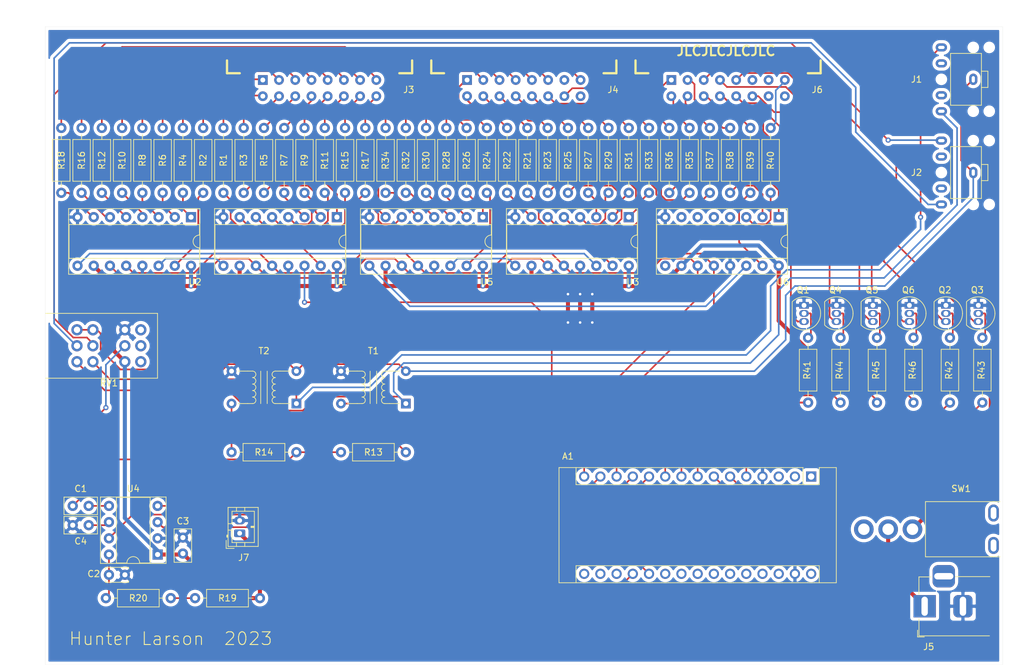
<source format=kicad_pcb>
(kicad_pcb (version 20171130) (host pcbnew "(5.1.9)-1")
  (layers (0 F.Cu signal) (31 B.Cu signal hide) (35 F.Paste user) (37 F.SilkS user hide) (38 B.Mask user hide) (39 F.Mask user) (44 Edge.Cuts user))
  (net 0 "")
  (net 1 "Net-(A1-Pad1)")
  (net 2 "Net-(A1-Pad17)")
  (net 3 "Net-(A1-Pad2)")
  (net 4 "Net-(A1-Pad18)")
  (net 5 "Net-(A1-Pad3)")
  (net 6 VOL_SENSE)
  (net 7 GND)
  (net 8 EQ_OUT)
  (net 9 LYR_1)
  (net 10 "Net-(A1-Pad21)")
  (net 11 LYR_2)
  (net 12 "Net-(A1-Pad22)")
  (net 13 LYR_3)
  (net 14 "Net-(A1-Pad23)")
  (net 15 LYR_4)
  (net 16 "Net-(A1-Pad24)")
  (net 17 LYR_5)
  (net 18 "Net-(A1-Pad25)")
  (net 19 LYR_6)
  (net 20 "Net-(A1-Pad26)")
  (net 21 EQ_RST)
  (net 22 "Net-(A1-Pad27)")
  (net 23 EQ_STROBE)
  (net 24 "Net-(A1-Pad28)")
  (net 25 S_LATCH)
  (net 26 S_DATA)
  (net 27 "Net-(A1-Pad30)")
  (net 28 S_CLK)
  (net 29 "Net-(A1-Pad16)")
  (net 30 EQ_IN)
  (net 31 "Net-(C1-Pad2)")
  (net 32 "Net-(C2-Pad1)")
  (net 33 +5V)
  (net 34 "Net-(C4-Pad1)")
  (net 35 "Net-(J3-Pad10)")
  (net 36 "Net-(J3-Pad8)")
  (net 37 "Net-(J3-Pad12)")
  (net 38 "Net-(J3-Pad14)")
  (net 39 "Net-(J3-Pad16)")
  (net 40 "Net-(J3-Pad6)")
  (net 41 "Net-(J3-Pad4)")
  (net 42 "Net-(J3-Pad2)")
  (net 43 "Net-(J3-Pad9)")
  (net 44 "Net-(J3-Pad11)")
  (net 45 "Net-(J3-Pad7)")
  (net 46 "Net-(J3-Pad13)")
  (net 47 "Net-(J3-Pad15)")
  (net 48 "Net-(J3-Pad5)")
  (net 49 "Net-(J3-Pad3)")
  (net 50 "Net-(J3-Pad1)")
  (net 51 "Net-(J4-Pad1)")
  (net 52 "Net-(J4-Pad3)")
  (net 53 "Net-(J4-Pad5)")
  (net 54 "Net-(J4-Pad15)")
  (net 55 "Net-(J4-Pad13)")
  (net 56 "Net-(J4-Pad7)")
  (net 57 "Net-(J4-Pad11)")
  (net 58 "Net-(J4-Pad9)")
  (net 59 "Net-(J4-Pad2)")
  (net 60 "Net-(J4-Pad4)")
  (net 61 "Net-(J4-Pad6)")
  (net 62 "Net-(J4-Pad16)")
  (net 63 "Net-(J4-Pad14)")
  (net 64 "Net-(J4-Pad12)")
  (net 65 "Net-(J4-Pad8)")
  (net 66 "Net-(J4-Pad10)")
  (net 67 "Net-(J5-Pad1)")
  (net 68 "Net-(J6-Pad10)")
  (net 69 "Net-(J6-Pad8)")
  (net 70 "Net-(J6-Pad12)")
  (net 71 "Net-(J6-Pad14)")
  (net 72 "Net-(J6-Pad16)")
  (net 73 "Net-(J6-Pad6)")
  (net 74 "Net-(J6-Pad4)")
  (net 75 "Net-(J6-Pad2)")
  (net 76 "Net-(J6-Pad9)")
  (net 77 "Net-(J6-Pad11)")
  (net 78 "Net-(J6-Pad7)")
  (net 79 "Net-(J6-Pad13)")
  (net 80 "Net-(J6-Pad15)")
  (net 81 "Net-(J6-Pad5)")
  (net 82 "Net-(J6-Pad3)")
  (net 83 "Net-(J6-Pad1)")
  (net 84 "Net-(Q1-Pad2)")
  (net 85 "Net-(Q2-Pad2)")
  (net 86 "Net-(Q3-Pad2)")
  (net 87 "Net-(Q4-Pad2)")
  (net 88 "Net-(Q5-Pad2)")
  (net 89 "Net-(Q6-Pad2)")
  (net 90 "Net-(R1-Pad1)")
  (net 91 "Net-(R2-Pad2)")
  (net 92 "Net-(R3-Pad1)")
  (net 93 "Net-(R4-Pad2)")
  (net 94 "Net-(R5-Pad1)")
  (net 95 "Net-(R6-Pad2)")
  (net 96 "Net-(R7-Pad1)")
  (net 97 "Net-(R8-Pad2)")
  (net 98 "Net-(R9-Pad1)")
  (net 99 "Net-(R10-Pad2)")
  (net 100 "Net-(R11-Pad1)")
  (net 101 "Net-(R12-Pad2)")
  (net 102 "Net-(R13-Pad2)")
  (net 103 "Net-(R14-Pad2)")
  (net 104 "Net-(R15-Pad1)")
  (net 105 "Net-(R16-Pad2)")
  (net 106 "Net-(R17-Pad1)")
  (net 107 "Net-(R18-Pad2)")
  (net 108 "Net-(R19-Pad2)")
  (net 109 "Net-(R21-Pad1)")
  (net 110 "Net-(R22-Pad2)")
  (net 111 "Net-(R23-Pad1)")
  (net 112 "Net-(R24-Pad2)")
  (net 113 "Net-(R25-Pad1)")
  (net 114 "Net-(R26-Pad2)")
  (net 115 "Net-(R27-Pad1)")
  (net 116 "Net-(R28-Pad2)")
  (net 117 "Net-(R29-Pad1)")
  (net 118 "Net-(R30-Pad2)")
  (net 119 "Net-(R31-Pad1)")
  (net 120 "Net-(R32-Pad2)")
  (net 121 "Net-(R33-Pad1)")
  (net 122 "Net-(R34-Pad2)")
  (net 123 "Net-(R35-Pad1)")
  (net 124 "Net-(R36-Pad2)")
  (net 125 "Net-(R37-Pad1)")
  (net 126 "Net-(R38-Pad2)")
  (net 127 "Net-(R39-Pad1)")
  (net 128 "Net-(R40-Pad2)")
  (net 129 "Net-(RV1-Pad10)")
  (net 130 "Net-(RV1-Pad11)")
  (net 131 "Net-(RV1-Pad12)")
  (net 132 "Net-(J1-PadT)")
  (net 133 "Net-(J1-PadS)")
  (net 134 "Net-(J2-PadR)")
  (net 135 "Net-(J2-PadT)")
  (net 136 "Net-(J1-PadR)")
  (net 137 "Net-(SW1-Pad3)")
  (net 138 "Net-(U1-Pad9)")
  (net 139 "Net-(U2-Pad9)")
  (net 140 "Net-(U3-Pad9)")
  (net 141 "Net-(U5-Pad9)")
  (net 142 "Net-(U6-Pad9)")
  (net 143 "Net-(U6-Pad4)")
  (net 144 "Net-(U6-Pad5)")
  (net 145 "Net-(U6-Pad6)")
  (net 146 "Net-(U6-Pad7)")
  (net 147 "Net-(J1-PadRN)")
  (net 148 "Net-(J1-PadTN)")
  (net 149 "Net-(J2-PadTN)")
  (net 150 "Net-(J2-PadRN)")
  (net 151 "Net-(J5-PadMP)")
  (module custom_footprints:BarrelJack_Horizontal (layer F.Cu) (at 167.795 120.805 180)
    (fp_text reference J5 (at -0.635 -6.35 180) (layer F.SilkS))
    (fp_text value Barrel_Jack_MountingPin)
    (pad 1 thru_hole rect (at 0 0 180) (size 3.5 3.5) (drill oval 1 3) (layers *.Cu *.Mask) (net 67 "Net-(J5-Pad1)"))
    (pad 2 thru_hole roundrect (at -6 0 180) (size 3 3.5) (drill oval 1 3) (layers *.Cu *.Mask) (net 7 GND))
    (pad MP thru_hole roundrect (at -3 4.7 180) (size 3.5 3.5) (drill oval 3 1) (layers *.Cu *.Mask) (net 151 "Net-(J5-PadMP)"))
  )
  (module Package_DIP:DIP-16_W7.62mm_Socket (layer F.Cu) (at 121.44 59.845 270)
    (fp_text reference U3 (at 10.16 -0.635 180) (layer F.SilkS))
    (fp_text value 74HC595)
    (pad 16 thru_hole oval (at 7.62 0 270) (size 1.6 1.6) (drill 0.8) (layers *.Cu *.Mask) (net 33 +5V))
    (pad 8 thru_hole oval (at 0 17.78 270) (size 1.6 1.6) (drill 0.8) (layers *.Cu *.Mask) (net 7 GND))
    (pad 15 thru_hole oval (at 7.62 2.54 270) (size 1.6 1.6) (drill 0.8) (layers *.Cu *.Mask) (net 109 "Net-(R21-Pad1)"))
    (pad 7 thru_hole oval (at 0 15.24 270) (size 1.6 1.6) (drill 0.8) (layers *.Cu *.Mask) (net 110 "Net-(R22-Pad2)"))
    (pad 14 thru_hole oval (at 7.62 5.08 270) (size 1.6 1.6) (drill 0.8) (layers *.Cu *.Mask) (net 139 "Net-(U2-Pad9)"))
    (pad 6 thru_hole oval (at 0 12.7 270) (size 1.6 1.6) (drill 0.8) (layers *.Cu *.Mask) (net 121 "Net-(R33-Pad1)"))
    (pad 13 thru_hole oval (at 7.62 7.62 270) (size 1.6 1.6) (drill 0.8) (layers *.Cu *.Mask) (net 7 GND))
    (pad 5 thru_hole oval (at 0 10.16 270) (size 1.6 1.6) (drill 0.8) (layers *.Cu *.Mask) (net 119 "Net-(R31-Pad1)"))
    (pad 12 thru_hole oval (at 7.62 10.16 270) (size 1.6 1.6) (drill 0.8) (layers *.Cu *.Mask) (net 25 S_LATCH))
    (pad 4 thru_hole oval (at 0 7.62 270) (size 1.6 1.6) (drill 0.8) (layers *.Cu *.Mask) (net 117 "Net-(R29-Pad1)"))
    (pad 11 thru_hole oval (at 7.62 12.7 270) (size 1.6 1.6) (drill 0.8) (layers *.Cu *.Mask) (net 28 S_CLK))
    (pad 3 thru_hole oval (at 0 5.08 270) (size 1.6 1.6) (drill 0.8) (layers *.Cu *.Mask) (net 115 "Net-(R27-Pad1)"))
    (pad 10 thru_hole oval (at 7.62 15.24 270) (size 1.6 1.6) (drill 0.8) (layers *.Cu *.Mask) (net 33 +5V))
    (pad 2 thru_hole oval (at 0 2.54 270) (size 1.6 1.6) (drill 0.8) (layers *.Cu *.Mask) (net 113 "Net-(R25-Pad1)"))
    (pad 9 thru_hole oval (at 7.62 17.78 270) (size 1.6 1.6) (drill 0.8) (layers *.Cu *.Mask) (net 140 "Net-(U3-Pad9)"))
    (pad 1 thru_hole rect (at 0 0 270) (size 1.6 1.6) (drill 0.8) (layers *.Cu *.Mask) (net 111 "Net-(R23-Pad1)"))
  )
  (module Resistor_THT:R_Axial_DIN0207_L6.3mm_D2.5mm_P10.16mm_Horizontal (layer F.Cu) (at 39.525 119.535)
    (fp_text reference R20 (at 5.08 0) (layer F.SilkS))
    (fp_text value 100K)
    (pad 1 thru_hole circle (at 0 0) (size 1.6 1.6) (drill 0.8) (layers *.Cu *.Mask) (net 32 "Net-(C2-Pad1)"))
    (pad 2 thru_hole oval (at 10.16 0) (size 1.6 1.6) (drill 0.8) (layers *.Cu *.Mask) (net 108 "Net-(R19-Pad2)"))
  )
  (module custom_footprints:transformer_amazon (layer F.Cu) (at 64.29 86.515 180)
    (fp_text reference T2 (at 0 5.715 180) (layer F.SilkS))
    (fp_text value Transformer_1P_1S)
    (pad 4 thru_hole circle (at 5.08 -2.54 180) (size 1.524 1.524) (drill 0.762) (layers *.Cu *.Mask) (net 103 "Net-(R14-Pad2)"))
    (pad 3 thru_hole circle (at 5.08 2.54 180) (size 1.524 1.524) (drill 0.762) (layers *.Cu *.Mask) (net 7 GND))
    (pad 1 thru_hole rect (at -5.08 -2.54 180) (size 1.524 1.524) (drill 0.762) (layers *.Cu *.Mask) (net 132 "Net-(J1-PadT)"))
    (pad 2 thru_hole circle (at -5.08 2.54 180) (size 1.524 1.524) (drill 0.762) (layers *.Cu *.Mask) (net 133 "Net-(J1-PadS)"))
  )
  (module Module:Arduino_Nano (layer F.Cu) (at 150.015 100.485 270)
    (fp_text reference A1 (at -3.175 38.1 180) (layer F.SilkS))
    (fp_text value Arduino_Nano_v3.x)
    (pad 1 thru_hole rect (at 0 0 270) (size 1.6 1.6) (drill 1) (layers *.Cu *.Mask) (net 1 "Net-(A1-Pad1)"))
    (pad 17 thru_hole oval (at 15.24 33.02 270) (size 1.6 1.6) (drill 1) (layers *.Cu *.Mask) (net 2 "Net-(A1-Pad17)"))
    (pad 2 thru_hole oval (at 0 2.54 270) (size 1.6 1.6) (drill 1) (layers *.Cu *.Mask) (net 3 "Net-(A1-Pad2)"))
    (pad 18 thru_hole oval (at 15.24 30.48 270) (size 1.6 1.6) (drill 1) (layers *.Cu *.Mask) (net 4 "Net-(A1-Pad18)"))
    (pad 3 thru_hole oval (at 0 5.08 270) (size 1.6 1.6) (drill 1) (layers *.Cu *.Mask) (net 5 "Net-(A1-Pad3)"))
    (pad 19 thru_hole oval (at 15.24 27.94 270) (size 1.6 1.6) (drill 1) (layers *.Cu *.Mask) (net 6 VOL_SENSE))
    (pad 4 thru_hole oval (at 0 7.62 270) (size 1.6 1.6) (drill 1) (layers *.Cu *.Mask) (net 7 GND))
    (pad 20 thru_hole oval (at 15.24 25.4 270) (size 1.6 1.6) (drill 1) (layers *.Cu *.Mask) (net 8 EQ_OUT))
    (pad 5 thru_hole oval (at 0 10.16 270) (size 1.6 1.6) (drill 1) (layers *.Cu *.Mask) (net 9 LYR_1))
    (pad 21 thru_hole oval (at 15.24 22.86 270) (size 1.6 1.6) (drill 1) (layers *.Cu *.Mask) (net 10 "Net-(A1-Pad21)"))
    (pad 6 thru_hole oval (at 0 12.7 270) (size 1.6 1.6) (drill 1) (layers *.Cu *.Mask) (net 11 LYR_2))
    (pad 22 thru_hole oval (at 15.24 20.32 270) (size 1.6 1.6) (drill 1) (layers *.Cu *.Mask) (net 12 "Net-(A1-Pad22)"))
    (pad 7 thru_hole oval (at 0 15.24 270) (size 1.6 1.6) (drill 1) (layers *.Cu *.Mask) (net 13 LYR_3))
    (pad 23 thru_hole oval (at 15.24 17.78 270) (size 1.6 1.6) (drill 1) (layers *.Cu *.Mask) (net 14 "Net-(A1-Pad23)"))
    (pad 8 thru_hole oval (at 0 17.78 270) (size 1.6 1.6) (drill 1) (layers *.Cu *.Mask) (net 15 LYR_4))
    (pad 24 thru_hole oval (at 15.24 15.24 270) (size 1.6 1.6) (drill 1) (layers *.Cu *.Mask) (net 16 "Net-(A1-Pad24)"))
    (pad 9 thru_hole oval (at 0 20.32 270) (size 1.6 1.6) (drill 1) (layers *.Cu *.Mask) (net 17 LYR_5))
    (pad 25 thru_hole oval (at 15.24 12.7 270) (size 1.6 1.6) (drill 1) (layers *.Cu *.Mask) (net 18 "Net-(A1-Pad25)"))
    (pad 10 thru_hole oval (at 0 22.86 270) (size 1.6 1.6) (drill 1) (layers *.Cu *.Mask) (net 19 LYR_6))
    (pad 26 thru_hole oval (at 15.24 10.16 270) (size 1.6 1.6) (drill 1) (layers *.Cu *.Mask) (net 20 "Net-(A1-Pad26)"))
    (pad 11 thru_hole oval (at 0 25.4 270) (size 1.6 1.6) (drill 1) (layers *.Cu *.Mask) (net 21 EQ_RST))
    (pad 27 thru_hole oval (at 15.24 7.62 270) (size 1.6 1.6) (drill 1) (layers *.Cu *.Mask) (net 22 "Net-(A1-Pad27)"))
    (pad 12 thru_hole oval (at 0 27.94 270) (size 1.6 1.6) (drill 1) (layers *.Cu *.Mask) (net 23 EQ_STROBE))
    (pad 28 thru_hole oval (at 15.24 5.08 270) (size 1.6 1.6) (drill 1) (layers *.Cu *.Mask) (net 24 "Net-(A1-Pad28)"))
    (pad 13 thru_hole oval (at 0 30.48 270) (size 1.6 1.6) (drill 1) (layers *.Cu *.Mask) (net 25 S_LATCH))
    (pad 29 thru_hole oval (at 15.24 2.54 270) (size 1.6 1.6) (drill 1) (layers *.Cu *.Mask) (net 7 GND))
    (pad 14 thru_hole oval (at 0 33.02 270) (size 1.6 1.6) (drill 1) (layers *.Cu *.Mask) (net 26 S_DATA))
    (pad 30 thru_hole oval (at 15.24 0 270) (size 1.6 1.6) (drill 1) (layers *.Cu *.Mask) (net 27 "Net-(A1-Pad30)"))
    (pad 15 thru_hole oval (at 0 35.56 270) (size 1.6 1.6) (drill 1) (layers *.Cu *.Mask) (net 28 S_CLK))
    (pad 16 thru_hole oval (at 15.24 35.56 270) (size 1.6 1.6) (drill 1) (layers *.Cu *.Mask) (net 29 "Net-(A1-Pad16)"))
  )
  (module Capacitor_THT:C_Disc_D5.0mm_W2.5mm_P2.50mm (layer F.Cu) (at 36.83 105.085 180)
    (fp_text reference C1 (at 1.25 2.695) (layer F.SilkS))
    (fp_text value 0.1u)
    (pad 1 thru_hole circle (at 0 0 180) (size 1.6 1.6) (drill 0.8) (layers *.Cu *.Mask) (net 30 EQ_IN))
    (pad 2 thru_hole circle (at 2.5 0 180) (size 1.6 1.6) (drill 0.8) (layers *.Cu *.Mask) (net 31 "Net-(C1-Pad2)"))
  )
  (module Capacitor_THT:C_Disc_D3.4mm_W2.1mm_P2.50mm (layer F.Cu) (at 40.005 115.88)
    (fp_text reference C2 (at -2.385 -0.155) (layer F.SilkS))
    (fp_text value 33p)
    (pad 1 thru_hole circle (at 0 0) (size 1.6 1.6) (drill 0.8) (layers *.Cu *.Mask) (net 32 "Net-(C2-Pad1)"))
    (pad 2 thru_hole circle (at 2.5 0) (size 1.6 1.6) (drill 0.8) (layers *.Cu *.Mask) (net 7 GND))
  )
  (module Capacitor_THT:C_Disc_D5.0mm_W2.5mm_P2.50mm (layer F.Cu) (at 51.59 112.55 90)
    (fp_text reference C3 (at 5.08 0 180) (layer F.SilkS))
    (fp_text value 0.1u)
    (pad 2 thru_hole circle (at 2.5 0 90) (size 1.6 1.6) (drill 0.8) (layers *.Cu *.Mask) (net 7 GND))
    (pad 1 thru_hole circle (at 0 0 90) (size 1.6 1.6) (drill 0.8) (layers *.Cu *.Mask) (net 33 +5V))
  )
  (module Capacitor_THT:C_Disc_D5.0mm_W2.5mm_P2.50mm (layer F.Cu) (at 36.83 108.105 180)
    (fp_text reference C4 (at 1.25 -2.5) (layer F.SilkS))
    (fp_text value 0.1u)
    (pad 1 thru_hole circle (at 0 0 180) (size 1.6 1.6) (drill 0.8) (layers *.Cu *.Mask) (net 34 "Net-(C4-Pad1)"))
    (pad 2 thru_hole circle (at 2.5 0 180) (size 1.6 1.6) (drill 0.8) (layers *.Cu *.Mask) (net 7 GND))
  )
  (module custom_footprints:3.5mm_stereo_audio_jack (layer F.Cu) (at 175.415 38.255 180)
    (fp_text reference J1 (at 8.89 0) (layer F.SilkS))
    (fp_text value AudioJack3_SwitchTR)
    (pad "" np_thru_hole circle (at -2.5 5 270) (size 0.8 0.8) (drill 0.8) (layers *.Cu *.Mask))
    (pad "" np_thru_hole circle (at 0 5 270) (size 0.8 0.8) (drill 0.8) (layers *.Cu *.Mask))
    (pad "" np_thru_hole circle (at -2.5 -5 270) (size 0.8 0.8) (drill 0.8) (layers *.Cu *.Mask))
    (pad "" np_thru_hole circle (at 0 -5 270) (size 0.8 0.8) (drill 0.8) (layers *.Cu *.Mask))
    (pad "" np_thru_hole circle (at 5 0 270) (size 0.8 0.8) (drill 0.8) (layers *.Cu *.Mask))
    (pad T thru_hole oval (at 5 5) (size 1.778 1.27) (drill oval 1.016 0.508) (layers *.Cu *.Mask) (net 132 "Net-(J1-PadT)"))
    (pad TN thru_hole oval (at 5 2.5) (size 1.778 1.27) (drill oval 1.016 0.508) (layers *.Cu *.Mask) (net 148 "Net-(J1-PadTN)"))
    (pad RN thru_hole oval (at 5 -2.5) (size 1.778 1.27) (drill oval 1.016 0.508) (layers *.Cu *.Mask) (net 147 "Net-(J1-PadRN)"))
    (pad R thru_hole oval (at 5 -5) (size 1.778 1.27) (drill oval 1.016 0.508) (layers *.Cu *.Mask) (net 136 "Net-(J1-PadR)"))
    (pad S thru_hole oval (at 0 0 270) (size 1.778 1.27) (drill oval 1.016 0.508) (layers *.Cu *.Mask) (net 133 "Net-(J1-PadS)"))
  )
  (module custom_footprints:3.5mm_stereo_audio_jack (layer F.Cu) (at 175.415 52.86 180)
    (fp_text reference J2 (at 8.89 0) (layer F.SilkS))
    (fp_text value AudioJack3_SwitchTR)
    (pad S thru_hole oval (at 0 0 270) (size 1.778 1.27) (drill oval 1.016 0.508) (layers *.Cu *.Mask) (net 133 "Net-(J1-PadS)"))
    (pad R thru_hole oval (at 5 -5) (size 1.778 1.27) (drill oval 1.016 0.508) (layers *.Cu *.Mask) (net 134 "Net-(J2-PadR)"))
    (pad RN thru_hole oval (at 5 -2.5) (size 1.778 1.27) (drill oval 1.016 0.508) (layers *.Cu *.Mask) (net 150 "Net-(J2-PadRN)"))
    (pad TN thru_hole oval (at 5 2.5) (size 1.778 1.27) (drill oval 1.016 0.508) (layers *.Cu *.Mask) (net 149 "Net-(J2-PadTN)"))
    (pad T thru_hole oval (at 5 5) (size 1.778 1.27) (drill oval 1.016 0.508) (layers *.Cu *.Mask) (net 135 "Net-(J2-PadT)"))
    (pad "" np_thru_hole circle (at 5 0 270) (size 0.8 0.8) (drill 0.8) (layers *.Cu *.Mask))
    (pad "" np_thru_hole circle (at 0 -5 270) (size 0.8 0.8) (drill 0.8) (layers *.Cu *.Mask))
    (pad "" np_thru_hole circle (at -2.5 -5 270) (size 0.8 0.8) (drill 0.8) (layers *.Cu *.Mask))
    (pad "" np_thru_hole circle (at 0 5 270) (size 0.8 0.8) (drill 0.8) (layers *.Cu *.Mask))
    (pad "" np_thru_hole circle (at -2.5 5 270) (size 0.8 0.8) (drill 0.8) (layers *.Cu *.Mask))
  )
  (module custom_footprints:connector_2x8_male_right_angle (layer F.Cu) (at 72.999914 38.36)
    (fp_text reference J3 (at 13.97 1.524) (layer F.SilkS))
    (fp_text value Conn_02x08_Odd_Even)
    (pad 10 thru_hole circle (at 1.27 2.54 180) (size 1.524 1.524) (drill 0.762) (layers *.Cu *.Mask) (net 35 "Net-(J3-Pad10)"))
    (pad 8 thru_hole circle (at -1.27 2.54 270) (size 1.524 1.524) (drill 0.762) (layers *.Cu *.Mask) (net 36 "Net-(J3-Pad8)"))
    (pad 12 thru_hole circle (at 3.81 2.54 180) (size 1.524 1.524) (drill 0.762) (layers *.Cu *.Mask) (net 37 "Net-(J3-Pad12)"))
    (pad 14 thru_hole circle (at 6.35 2.54 180) (size 1.524 1.524) (drill 0.762) (layers *.Cu *.Mask) (net 38 "Net-(J3-Pad14)"))
    (pad 16 thru_hole circle (at 8.89 2.54 180) (size 1.524 1.524) (drill 0.762) (layers *.Cu *.Mask) (net 39 "Net-(J3-Pad16)"))
    (pad 6 thru_hole circle (at -3.81 2.54 270) (size 1.524 1.524) (drill 0.762) (layers *.Cu *.Mask) (net 40 "Net-(J3-Pad6)"))
    (pad 4 thru_hole circle (at -6.35 2.54 270) (size 1.524 1.524) (drill 0.762) (layers *.Cu *.Mask) (net 41 "Net-(J3-Pad4)"))
    (pad 2 thru_hole circle (at -8.89 2.54 270) (size 1.524 1.524) (drill 0.762) (layers *.Cu *.Mask) (net 42 "Net-(J3-Pad2)"))
    (pad 9 thru_hole circle (at 1.27 0 180) (size 1.524 1.524) (drill 0.762) (layers *.Cu *.Mask) (net 43 "Net-(J3-Pad9)"))
    (pad 11 thru_hole circle (at 3.81 0 180) (size 1.524 1.524) (drill 0.762) (layers *.Cu *.Mask) (net 44 "Net-(J3-Pad11)"))
    (pad 7 thru_hole circle (at -1.27 0 270) (size 1.524 1.524) (drill 0.762) (layers *.Cu *.Mask) (net 45 "Net-(J3-Pad7)"))
    (pad 13 thru_hole circle (at 6.35 0 180) (size 1.524 1.524) (drill 0.762) (layers *.Cu *.Mask) (net 46 "Net-(J3-Pad13)"))
    (pad 15 thru_hole circle (at 8.89 0 180) (size 1.524 1.524) (drill 0.762) (layers *.Cu *.Mask) (net 47 "Net-(J3-Pad15)"))
    (pad 5 thru_hole circle (at -3.81 0 270) (size 1.524 1.524) (drill 0.762) (layers *.Cu *.Mask) (net 48 "Net-(J3-Pad5)"))
    (pad 3 thru_hole circle (at -6.35 0 270) (size 1.524 1.524) (drill 0.762) (layers *.Cu *.Mask) (net 49 "Net-(J3-Pad3)"))
    (pad 1 thru_hole rect (at -8.89 0 270) (size 1.524 1.524) (drill 0.762) (layers *.Cu *.Mask) (net 50 "Net-(J3-Pad1)"))
  )
  (module custom_footprints:connector_2x8_male_right_angle (layer F.Cu) (at 105 38.36)
    (fp_text reference J4 (at 13.97 1.524) (layer F.SilkS))
    (fp_text value Conn_02x08_Odd_Even)
    (pad 10 thru_hole circle (at 1.27 2.54 180) (size 1.524 1.524) (drill 0.762) (layers *.Cu *.Mask) (net 66 "Net-(J4-Pad10)"))
    (pad 8 thru_hole circle (at -1.27 2.54 270) (size 1.524 1.524) (drill 0.762) (layers *.Cu *.Mask) (net 65 "Net-(J4-Pad8)"))
    (pad 12 thru_hole circle (at 3.81 2.54 180) (size 1.524 1.524) (drill 0.762) (layers *.Cu *.Mask) (net 64 "Net-(J4-Pad12)"))
    (pad 14 thru_hole circle (at 6.35 2.54 180) (size 1.524 1.524) (drill 0.762) (layers *.Cu *.Mask) (net 63 "Net-(J4-Pad14)"))
    (pad 16 thru_hole circle (at 8.89 2.54 180) (size 1.524 1.524) (drill 0.762) (layers *.Cu *.Mask) (net 62 "Net-(J4-Pad16)"))
    (pad 6 thru_hole circle (at -3.81 2.54 270) (size 1.524 1.524) (drill 0.762) (layers *.Cu *.Mask) (net 61 "Net-(J4-Pad6)"))
    (pad 4 thru_hole circle (at -6.35 2.54 270) (size 1.524 1.524) (drill 0.762) (layers *.Cu *.Mask) (net 60 "Net-(J4-Pad4)"))
    (pad 2 thru_hole circle (at -8.89 2.54 270) (size 1.524 1.524) (drill 0.762) (layers *.Cu *.Mask) (net 59 "Net-(J4-Pad2)"))
    (pad 9 thru_hole circle (at 1.27 0 180) (size 1.524 1.524) (drill 0.762) (layers *.Cu *.Mask) (net 58 "Net-(J4-Pad9)"))
    (pad 11 thru_hole circle (at 3.81 0 180) (size 1.524 1.524) (drill 0.762) (layers *.Cu *.Mask) (net 57 "Net-(J4-Pad11)"))
    (pad 7 thru_hole circle (at -1.27 0 270) (size 1.524 1.524) (drill 0.762) (layers *.Cu *.Mask) (net 56 "Net-(J4-Pad7)"))
    (pad 13 thru_hole circle (at 6.35 0 180) (size 1.524 1.524) (drill 0.762) (layers *.Cu *.Mask) (net 55 "Net-(J4-Pad13)"))
    (pad 15 thru_hole circle (at 8.89 0 180) (size 1.524 1.524) (drill 0.762) (layers *.Cu *.Mask) (net 54 "Net-(J4-Pad15)"))
    (pad 5 thru_hole circle (at -3.81 0 270) (size 1.524 1.524) (drill 0.762) (layers *.Cu *.Mask) (net 53 "Net-(J4-Pad5)"))
    (pad 3 thru_hole circle (at -6.35 0 270) (size 1.524 1.524) (drill 0.762) (layers *.Cu *.Mask) (net 52 "Net-(J4-Pad3)"))
    (pad 1 thru_hole rect (at -8.89 0 270) (size 1.524 1.524) (drill 0.762) (layers *.Cu *.Mask) (net 51 "Net-(J4-Pad1)"))
  )
  (module custom_footprints:connector_2x8_male_right_angle (layer F.Cu) (at 137.000086 38.36)
    (fp_text reference J6 (at 13.97 1.524) (layer F.SilkS))
    (fp_text value Conn_02x08_Odd_Even)
    (pad 1 thru_hole rect (at -8.89 0 270) (size 1.524 1.524) (drill 0.762) (layers *.Cu *.Mask) (net 83 "Net-(J6-Pad1)"))
    (pad 3 thru_hole circle (at -6.35 0 270) (size 1.524 1.524) (drill 0.762) (layers *.Cu *.Mask) (net 82 "Net-(J6-Pad3)"))
    (pad 5 thru_hole circle (at -3.81 0 270) (size 1.524 1.524) (drill 0.762) (layers *.Cu *.Mask) (net 81 "Net-(J6-Pad5)"))
    (pad 15 thru_hole circle (at 8.89 0 180) (size 1.524 1.524) (drill 0.762) (layers *.Cu *.Mask) (net 80 "Net-(J6-Pad15)"))
    (pad 13 thru_hole circle (at 6.35 0 180) (size 1.524 1.524) (drill 0.762) (layers *.Cu *.Mask) (net 79 "Net-(J6-Pad13)"))
    (pad 7 thru_hole circle (at -1.27 0 270) (size 1.524 1.524) (drill 0.762) (layers *.Cu *.Mask) (net 78 "Net-(J6-Pad7)"))
    (pad 11 thru_hole circle (at 3.81 0 180) (size 1.524 1.524) (drill 0.762) (layers *.Cu *.Mask) (net 77 "Net-(J6-Pad11)"))
    (pad 9 thru_hole circle (at 1.27 0 180) (size 1.524 1.524) (drill 0.762) (layers *.Cu *.Mask) (net 76 "Net-(J6-Pad9)"))
    (pad 2 thru_hole circle (at -8.89 2.54 270) (size 1.524 1.524) (drill 0.762) (layers *.Cu *.Mask) (net 75 "Net-(J6-Pad2)"))
    (pad 4 thru_hole circle (at -6.35 2.54 270) (size 1.524 1.524) (drill 0.762) (layers *.Cu *.Mask) (net 74 "Net-(J6-Pad4)"))
    (pad 6 thru_hole circle (at -3.81 2.54 270) (size 1.524 1.524) (drill 0.762) (layers *.Cu *.Mask) (net 73 "Net-(J6-Pad6)"))
    (pad 16 thru_hole circle (at 8.89 2.54 180) (size 1.524 1.524) (drill 0.762) (layers *.Cu *.Mask) (net 72 "Net-(J6-Pad16)"))
    (pad 14 thru_hole circle (at 6.35 2.54 180) (size 1.524 1.524) (drill 0.762) (layers *.Cu *.Mask) (net 71 "Net-(J6-Pad14)"))
    (pad 12 thru_hole circle (at 3.81 2.54 180) (size 1.524 1.524) (drill 0.762) (layers *.Cu *.Mask) (net 70 "Net-(J6-Pad12)"))
    (pad 8 thru_hole circle (at -1.27 2.54 270) (size 1.524 1.524) (drill 0.762) (layers *.Cu *.Mask) (net 69 "Net-(J6-Pad8)"))
    (pad 10 thru_hole circle (at 1.27 2.54 180) (size 1.524 1.524) (drill 0.762) (layers *.Cu *.Mask) (net 68 "Net-(J6-Pad10)"))
  )
  (module Connector_JST:JST_PH_B2B-PH-K_1x02_P2.00mm_Vertical (layer F.Cu) (at 60.48 109.375 90)
    (fp_text reference J7 (at -3.81 0.635 180) (layer F.SilkS))
    (fp_text value Conn_01x02_Female)
    (pad 1 thru_hole roundrect (at 0 0 90) (size 1.2 1.75) (drill 0.75) (layers *.Cu *.Mask) (roundrect_rratio 0.2083325) (net 33 +5V))
    (pad 2 thru_hole oval (at 2 0 90) (size 1.2 1.75) (drill 0.75) (layers *.Cu *.Mask) (net 7 GND))
  )
  (module Package_TO_SOT_THT:TO-92_Inline (layer F.Cu) (at 148.9 73.66 270)
    (fp_text reference Q1 (at -2.385 0.155 180) (layer F.SilkS))
    (fp_text value 2N3904)
    (pad 1 thru_hole rect (at 0 0 270) (size 1.05 1.5) (drill 0.75) (layers *.Cu *.Mask) (net 7 GND))
    (pad 3 thru_hole oval (at 2.54 0 270) (size 1.05 1.5) (drill 0.75) (layers *.Cu *.Mask) (net 69 "Net-(J6-Pad8)"))
    (pad 2 thru_hole oval (at 1.27 0 270) (size 1.05 1.5) (drill 0.75) (layers *.Cu *.Mask) (net 84 "Net-(Q1-Pad2)"))
  )
  (module Package_TO_SOT_THT:TO-92_Inline (layer F.Cu) (at 171.125 73.66 270)
    (fp_text reference Q2 (at -2.385 0.155 180) (layer F.SilkS))
    (fp_text value 2N3904)
    (pad 1 thru_hole rect (at 0 0 270) (size 1.05 1.5) (drill 0.75) (layers *.Cu *.Mask) (net 7 GND))
    (pad 3 thru_hole oval (at 2.54 0 270) (size 1.05 1.5) (drill 0.75) (layers *.Cu *.Mask) (net 76 "Net-(J6-Pad9)"))
    (pad 2 thru_hole oval (at 1.27 0 270) (size 1.05 1.5) (drill 0.75) (layers *.Cu *.Mask) (net 85 "Net-(Q2-Pad2)"))
  )
  (module Package_TO_SOT_THT:TO-92_Inline (layer F.Cu) (at 176.205 73.66 270)
    (fp_text reference Q3 (at -2.385 0.155 180) (layer F.SilkS))
    (fp_text value 2N3904)
    (pad 2 thru_hole oval (at 1.27 0 270) (size 1.05 1.5) (drill 0.75) (layers *.Cu *.Mask) (net 86 "Net-(Q3-Pad2)"))
    (pad 3 thru_hole oval (at 2.54 0 270) (size 1.05 1.5) (drill 0.75) (layers *.Cu *.Mask) (net 81 "Net-(J6-Pad5)"))
    (pad 1 thru_hole rect (at 0 0 270) (size 1.05 1.5) (drill 0.75) (layers *.Cu *.Mask) (net 7 GND))
  )
  (module Package_TO_SOT_THT:TO-92_Inline (layer F.Cu) (at 153.98 73.66 270)
    (fp_text reference Q4 (at -2.385 0.155 180) (layer F.SilkS))
    (fp_text value 2N3904)
    (pad 2 thru_hole oval (at 1.27 0 270) (size 1.05 1.5) (drill 0.75) (layers *.Cu *.Mask) (net 87 "Net-(Q4-Pad2)"))
    (pad 3 thru_hole oval (at 2.54 0 270) (size 1.05 1.5) (drill 0.75) (layers *.Cu *.Mask) (net 68 "Net-(J6-Pad10)"))
    (pad 1 thru_hole rect (at 0 0 270) (size 1.05 1.5) (drill 0.75) (layers *.Cu *.Mask) (net 7 GND))
  )
  (module Package_TO_SOT_THT:TO-92_Inline (layer F.Cu) (at 159.695 73.66 270)
    (fp_text reference Q5 (at -2.385 0.155 180) (layer F.SilkS))
    (fp_text value 2N3904)
    (pad 1 thru_hole rect (at 0 0 270) (size 1.05 1.5) (drill 0.75) (layers *.Cu *.Mask) (net 7 GND))
    (pad 3 thru_hole oval (at 2.54 0 270) (size 1.05 1.5) (drill 0.75) (layers *.Cu *.Mask) (net 70 "Net-(J6-Pad12)"))
    (pad 2 thru_hole oval (at 1.27 0 270) (size 1.05 1.5) (drill 0.75) (layers *.Cu *.Mask) (net 88 "Net-(Q5-Pad2)"))
  )
  (module Package_TO_SOT_THT:TO-92_Inline (layer F.Cu) (at 165.41 73.66 270)
    (fp_text reference Q6 (at -2.385 0.155 180) (layer F.SilkS))
    (fp_text value 2N3904)
    (pad 2 thru_hole oval (at 1.27 0 270) (size 1.05 1.5) (drill 0.75) (layers *.Cu *.Mask) (net 89 "Net-(Q6-Pad2)"))
    (pad 3 thru_hole oval (at 2.54 0 270) (size 1.05 1.5) (drill 0.75) (layers *.Cu *.Mask) (net 78 "Net-(J6-Pad7)"))
    (pad 1 thru_hole rect (at 0 0 270) (size 1.05 1.5) (drill 0.75) (layers *.Cu *.Mask) (net 7 GND))
  )
  (module Resistor_THT:R_Axial_DIN0207_L6.3mm_D2.5mm_P10.16mm_Horizontal (layer F.Cu) (at 57.94 56.035 90)
    (fp_text reference R1 (at 5.08 0 90) (layer F.SilkS))
    (fp_text value 470)
    (pad 1 thru_hole circle (at 0 0 90) (size 1.6 1.6) (drill 0.8) (layers *.Cu *.Mask) (net 90 "Net-(R1-Pad1)"))
    (pad 2 thru_hole oval (at 10.16 0 90) (size 1.6 1.6) (drill 0.8) (layers *.Cu *.Mask) (net 42 "Net-(J3-Pad2)"))
  )
  (module Resistor_THT:R_Axial_DIN0207_L6.3mm_D2.5mm_P10.16mm_Horizontal (layer F.Cu) (at 54.765 45.875 270)
    (fp_text reference R2 (at 5.08 0 90) (layer F.SilkS))
    (fp_text value 470)
    (pad 2 thru_hole oval (at 10.16 0 270) (size 1.6 1.6) (drill 0.8) (layers *.Cu *.Mask) (net 91 "Net-(R2-Pad2)"))
    (pad 1 thru_hole circle (at 0 0 270) (size 1.6 1.6) (drill 0.8) (layers *.Cu *.Mask) (net 50 "Net-(J3-Pad1)"))
  )
  (module Resistor_THT:R_Axial_DIN0207_L6.3mm_D2.5mm_P10.16mm_Horizontal (layer F.Cu) (at 61.115 56.035 90)
    (fp_text reference R3 (at 5.08 0 90) (layer F.SilkS))
    (fp_text value 470)
    (pad 2 thru_hole oval (at 10.16 0 90) (size 1.6 1.6) (drill 0.8) (layers *.Cu *.Mask) (net 41 "Net-(J3-Pad4)"))
    (pad 1 thru_hole circle (at 0 0 90) (size 1.6 1.6) (drill 0.8) (layers *.Cu *.Mask) (net 92 "Net-(R3-Pad1)"))
  )
  (module Resistor_THT:R_Axial_DIN0207_L6.3mm_D2.5mm_P10.16mm_Horizontal (layer F.Cu) (at 51.59 45.875 270)
    (fp_text reference R4 (at 5.08 0 90) (layer F.SilkS))
    (fp_text value 470)
    (pad 2 thru_hole oval (at 10.16 0 270) (size 1.6 1.6) (drill 0.8) (layers *.Cu *.Mask) (net 93 "Net-(R4-Pad2)"))
    (pad 1 thru_hole circle (at 0 0 270) (size 1.6 1.6) (drill 0.8) (layers *.Cu *.Mask) (net 49 "Net-(J3-Pad3)"))
  )
  (module Resistor_THT:R_Axial_DIN0207_L6.3mm_D2.5mm_P10.16mm_Horizontal (layer F.Cu) (at 64.29 56.035 90)
    (fp_text reference R5 (at 5.08 0 90) (layer F.SilkS))
    (fp_text value 470)
    (pad 1 thru_hole circle (at 0 0 90) (size 1.6 1.6) (drill 0.8) (layers *.Cu *.Mask) (net 94 "Net-(R5-Pad1)"))
    (pad 2 thru_hole oval (at 10.16 0 90) (size 1.6 1.6) (drill 0.8) (layers *.Cu *.Mask) (net 40 "Net-(J3-Pad6)"))
  )
  (module Resistor_THT:R_Axial_DIN0207_L6.3mm_D2.5mm_P10.16mm_Horizontal (layer F.Cu) (at 48.415 45.875 270)
    (fp_text reference R6 (at 5.08 0 90) (layer F.SilkS))
    (fp_text value 470)
    (pad 1 thru_hole circle (at 0 0 270) (size 1.6 1.6) (drill 0.8) (layers *.Cu *.Mask) (net 48 "Net-(J3-Pad5)"))
    (pad 2 thru_hole oval (at 10.16 0 270) (size 1.6 1.6) (drill 0.8) (layers *.Cu *.Mask) (net 95 "Net-(R6-Pad2)"))
  )
  (module Resistor_THT:R_Axial_DIN0207_L6.3mm_D2.5mm_P10.16mm_Horizontal (layer F.Cu) (at 67.465 56.035 90)
    (fp_text reference R7 (at 5.08 0 90) (layer F.SilkS))
    (fp_text value 470)
    (pad 2 thru_hole oval (at 10.16 0 90) (size 1.6 1.6) (drill 0.8) (layers *.Cu *.Mask) (net 36 "Net-(J3-Pad8)"))
    (pad 1 thru_hole circle (at 0 0 90) (size 1.6 1.6) (drill 0.8) (layers *.Cu *.Mask) (net 96 "Net-(R7-Pad1)"))
  )
  (module Resistor_THT:R_Axial_DIN0207_L6.3mm_D2.5mm_P10.16mm_Horizontal (layer F.Cu) (at 45.24 45.875 270)
    (fp_text reference R8 (at 5.08 0 90) (layer F.SilkS))
    (fp_text value 470)
    (pad 2 thru_hole oval (at 10.16 0 270) (size 1.6 1.6) (drill 0.8) (layers *.Cu *.Mask) (net 97 "Net-(R8-Pad2)"))
    (pad 1 thru_hole circle (at 0 0 270) (size 1.6 1.6) (drill 0.8) (layers *.Cu *.Mask) (net 45 "Net-(J3-Pad7)"))
  )
  (module Resistor_THT:R_Axial_DIN0207_L6.3mm_D2.5mm_P10.16mm_Horizontal (layer F.Cu) (at 70.64 56.035 90)
    (fp_text reference R9 (at 5.08 0 90) (layer F.SilkS))
    (fp_text value 470)
    (pad 1 thru_hole circle (at 0 0 90) (size 1.6 1.6) (drill 0.8) (layers *.Cu *.Mask) (net 98 "Net-(R9-Pad1)"))
    (pad 2 thru_hole oval (at 10.16 0 90) (size 1.6 1.6) (drill 0.8) (layers *.Cu *.Mask) (net 35 "Net-(J3-Pad10)"))
  )
  (module Resistor_THT:R_Axial_DIN0207_L6.3mm_D2.5mm_P10.16mm_Horizontal (layer F.Cu) (at 42.065 45.875 270)
    (fp_text reference R10 (at 5.08 0 90) (layer F.SilkS))
    (fp_text value 470)
    (pad 1 thru_hole circle (at 0 0 270) (size 1.6 1.6) (drill 0.8) (layers *.Cu *.Mask) (net 43 "Net-(J3-Pad9)"))
    (pad 2 thru_hole oval (at 10.16 0 270) (size 1.6 1.6) (drill 0.8) (layers *.Cu *.Mask) (net 99 "Net-(R10-Pad2)"))
  )
  (module Resistor_THT:R_Axial_DIN0207_L6.3mm_D2.5mm_P10.16mm_Horizontal (layer F.Cu) (at 73.815 56.035 90)
    (fp_text reference R11 (at 5.08 0 90) (layer F.SilkS))
    (fp_text value 470)
    (pad 2 thru_hole oval (at 10.16 0 90) (size 1.6 1.6) (drill 0.8) (layers *.Cu *.Mask) (net 37 "Net-(J3-Pad12)"))
    (pad 1 thru_hole circle (at 0 0 90) (size 1.6 1.6) (drill 0.8) (layers *.Cu *.Mask) (net 100 "Net-(R11-Pad1)"))
  )
  (module Resistor_THT:R_Axial_DIN0207_L6.3mm_D2.5mm_P10.16mm_Horizontal (layer F.Cu) (at 38.89 45.875 270)
    (fp_text reference R12 (at 5.08 0 90) (layer F.SilkS))
    (fp_text value 470)
    (pad 2 thru_hole oval (at 10.16 0 270) (size 1.6 1.6) (drill 0.8) (layers *.Cu *.Mask) (net 101 "Net-(R12-Pad2)"))
    (pad 1 thru_hole circle (at 0 0 270) (size 1.6 1.6) (drill 0.8) (layers *.Cu *.Mask) (net 44 "Net-(J3-Pad11)"))
  )
  (module Resistor_THT:R_Axial_DIN0207_L6.3mm_D2.5mm_P10.16mm_Horizontal (layer F.Cu) (at 76.355 96.675)
    (fp_text reference R13 (at 5.08 0) (layer F.SilkS))
    (fp_text value 22K)
    (pad 1 thru_hole circle (at 0 0) (size 1.6 1.6) (drill 0.8) (layers *.Cu *.Mask) (net 31 "Net-(C1-Pad2)"))
    (pad 2 thru_hole oval (at 10.16 0) (size 1.6 1.6) (drill 0.8) (layers *.Cu *.Mask) (net 102 "Net-(R13-Pad2)"))
  )
  (module Resistor_THT:R_Axial_DIN0207_L6.3mm_D2.5mm_P10.16mm_Horizontal (layer F.Cu) (at 69.37 96.675 180)
    (fp_text reference R14 (at 5.08 0) (layer F.SilkS))
    (fp_text value 22K)
    (pad 2 thru_hole oval (at 10.16 0 180) (size 1.6 1.6) (drill 0.8) (layers *.Cu *.Mask) (net 103 "Net-(R14-Pad2)"))
    (pad 1 thru_hole circle (at 0 0 180) (size 1.6 1.6) (drill 0.8) (layers *.Cu *.Mask) (net 31 "Net-(C1-Pad2)"))
  )
  (module Resistor_THT:R_Axial_DIN0207_L6.3mm_D2.5mm_P10.16mm_Horizontal (layer F.Cu) (at 76.99 56.035 90)
    (fp_text reference R15 (at 5.08 0 90) (layer F.SilkS))
    (fp_text value 470)
    (pad 1 thru_hole circle (at 0 0 90) (size 1.6 1.6) (drill 0.8) (layers *.Cu *.Mask) (net 104 "Net-(R15-Pad1)"))
    (pad 2 thru_hole oval (at 10.16 0 90) (size 1.6 1.6) (drill 0.8) (layers *.Cu *.Mask) (net 38 "Net-(J3-Pad14)"))
  )
  (module Resistor_THT:R_Axial_DIN0207_L6.3mm_D2.5mm_P10.16mm_Horizontal (layer F.Cu) (at 35.715 45.875 270)
    (fp_text reference R16 (at 5.08 0 90) (layer F.SilkS))
    (fp_text value 470)
    (pad 1 thru_hole circle (at 0 0 270) (size 1.6 1.6) (drill 0.8) (layers *.Cu *.Mask) (net 46 "Net-(J3-Pad13)"))
    (pad 2 thru_hole oval (at 10.16 0 270) (size 1.6 1.6) (drill 0.8) (layers *.Cu *.Mask) (net 105 "Net-(R16-Pad2)"))
  )
  (module Resistor_THT:R_Axial_DIN0207_L6.3mm_D2.5mm_P10.16mm_Horizontal (layer F.Cu) (at 80.165 56.035 90)
    (fp_text reference R17 (at 5.08 0 90) (layer F.SilkS))
    (fp_text value 470)
    (pad 2 thru_hole oval (at 10.16 0 90) (size 1.6 1.6) (drill 0.8) (layers *.Cu *.Mask) (net 39 "Net-(J3-Pad16)"))
    (pad 1 thru_hole circle (at 0 0 90) (size 1.6 1.6) (drill 0.8) (layers *.Cu *.Mask) (net 106 "Net-(R17-Pad1)"))
  )
  (module Resistor_THT:R_Axial_DIN0207_L6.3mm_D2.5mm_P10.16mm_Horizontal (layer F.Cu) (at 32.54 45.875 270)
    (fp_text reference R18 (at 5.08 0 90) (layer F.SilkS))
    (fp_text value 470)
    (pad 2 thru_hole oval (at 10.16 0 270) (size 1.6 1.6) (drill 0.8) (layers *.Cu *.Mask) (net 107 "Net-(R18-Pad2)"))
    (pad 1 thru_hole circle (at 0 0 270) (size 1.6 1.6) (drill 0.8) (layers *.Cu *.Mask) (net 47 "Net-(J3-Pad15)"))
  )
  (module Resistor_THT:R_Axial_DIN0207_L6.3mm_D2.5mm_P10.16mm_Horizontal (layer F.Cu) (at 63.655 119.535 180)
    (fp_text reference R19 (at 5.08 0) (layer F.SilkS))
    (fp_text value 100K)
    (pad 1 thru_hole circle (at 0 0 180) (size 1.6 1.6) (drill 0.8) (layers *.Cu *.Mask) (net 33 +5V))
    (pad 2 thru_hole oval (at 10.16 0 180) (size 1.6 1.6) (drill 0.8) (layers *.Cu *.Mask) (net 108 "Net-(R19-Pad2)"))
  )
  (module Resistor_THT:R_Axial_DIN0207_L6.3mm_D2.5mm_P10.16mm_Horizontal (layer F.Cu) (at 105.565 56.035 90)
    (fp_text reference R21 (at 5.08 0 90) (layer F.SilkS))
    (fp_text value 470)
    (pad 2 thru_hole oval (at 10.16 0 90) (size 1.6 1.6) (drill 0.8) (layers *.Cu *.Mask) (net 59 "Net-(J4-Pad2)"))
    (pad 1 thru_hole circle (at 0 0 90) (size 1.6 1.6) (drill 0.8) (layers *.Cu *.Mask) (net 109 "Net-(R21-Pad1)"))
  )
  (module Resistor_THT:R_Axial_DIN0207_L6.3mm_D2.5mm_P10.16mm_Horizontal (layer F.Cu) (at 102.39 45.875 270)
    (fp_text reference R22 (at 5.08 0 90) (layer F.SilkS))
    (fp_text value 470)
    (pad 1 thru_hole circle (at 0 0 270) (size 1.6 1.6) (drill 0.8) (layers *.Cu *.Mask) (net 51 "Net-(J4-Pad1)"))
    (pad 2 thru_hole oval (at 10.16 0 270) (size 1.6 1.6) (drill 0.8) (layers *.Cu *.Mask) (net 110 "Net-(R22-Pad2)"))
  )
  (module Resistor_THT:R_Axial_DIN0207_L6.3mm_D2.5mm_P10.16mm_Horizontal (layer F.Cu) (at 108.74 56.035 90)
    (fp_text reference R23 (at 5.08 0 90) (layer F.SilkS))
    (fp_text value 470)
    (pad 1 thru_hole circle (at 0 0 90) (size 1.6 1.6) (drill 0.8) (layers *.Cu *.Mask) (net 111 "Net-(R23-Pad1)"))
    (pad 2 thru_hole oval (at 10.16 0 90) (size 1.6 1.6) (drill 0.8) (layers *.Cu *.Mask) (net 60 "Net-(J4-Pad4)"))
  )
  (module Resistor_THT:R_Axial_DIN0207_L6.3mm_D2.5mm_P10.16mm_Horizontal (layer F.Cu) (at 99.215 45.875 270)
    (fp_text reference R24 (at 5.08 0 90) (layer F.SilkS))
    (fp_text value 470)
    (pad 1 thru_hole circle (at 0 0 270) (size 1.6 1.6) (drill 0.8) (layers *.Cu *.Mask) (net 52 "Net-(J4-Pad3)"))
    (pad 2 thru_hole oval (at 10.16 0 270) (size 1.6 1.6) (drill 0.8) (layers *.Cu *.Mask) (net 112 "Net-(R24-Pad2)"))
  )
  (module Resistor_THT:R_Axial_DIN0207_L6.3mm_D2.5mm_P10.16mm_Horizontal (layer F.Cu) (at 111.915 56.035 90)
    (fp_text reference R25 (at 5.08 0 90) (layer F.SilkS))
    (fp_text value 470)
    (pad 1 thru_hole circle (at 0 0 90) (size 1.6 1.6) (drill 0.8) (layers *.Cu *.Mask) (net 113 "Net-(R25-Pad1)"))
    (pad 2 thru_hole oval (at 10.16 0 90) (size 1.6 1.6) (drill 0.8) (layers *.Cu *.Mask) (net 61 "Net-(J4-Pad6)"))
  )
  (module Resistor_THT:R_Axial_DIN0207_L6.3mm_D2.5mm_P10.16mm_Horizontal (layer F.Cu) (at 96.04 45.875 270)
    (fp_text reference R26 (at 5.08 0 90) (layer F.SilkS))
    (fp_text value 470)
    (pad 1 thru_hole circle (at 0 0 270) (size 1.6 1.6) (drill 0.8) (layers *.Cu *.Mask) (net 53 "Net-(J4-Pad5)"))
    (pad 2 thru_hole oval (at 10.16 0 270) (size 1.6 1.6) (drill 0.8) (layers *.Cu *.Mask) (net 114 "Net-(R26-Pad2)"))
  )
  (module Resistor_THT:R_Axial_DIN0207_L6.3mm_D2.5mm_P10.16mm_Horizontal (layer F.Cu) (at 115.09 56.035 90)
    (fp_text reference R27 (at 5.08 0 90) (layer F.SilkS))
    (fp_text value 470)
    (pad 2 thru_hole oval (at 10.16 0 90) (size 1.6 1.6) (drill 0.8) (layers *.Cu *.Mask) (net 65 "Net-(J4-Pad8)"))
    (pad 1 thru_hole circle (at 0 0 90) (size 1.6 1.6) (drill 0.8) (layers *.Cu *.Mask) (net 115 "Net-(R27-Pad1)"))
  )
  (module Resistor_THT:R_Axial_DIN0207_L6.3mm_D2.5mm_P10.16mm_Horizontal (layer F.Cu) (at 92.865 45.875 270)
    (fp_text reference R28 (at 5.08 0 90) (layer F.SilkS))
    (fp_text value 470)
    (pad 2 thru_hole oval (at 10.16 0 270) (size 1.6 1.6) (drill 0.8) (layers *.Cu *.Mask) (net 116 "Net-(R28-Pad2)"))
    (pad 1 thru_hole circle (at 0 0 270) (size 1.6 1.6) (drill 0.8) (layers *.Cu *.Mask) (net 56 "Net-(J4-Pad7)"))
  )
  (module Resistor_THT:R_Axial_DIN0207_L6.3mm_D2.5mm_P10.16mm_Horizontal (layer F.Cu) (at 118.265 56.035 90)
    (fp_text reference R29 (at 5.08 0 90) (layer F.SilkS))
    (fp_text value 470)
    (pad 2 thru_hole oval (at 10.16 0 90) (size 1.6 1.6) (drill 0.8) (layers *.Cu *.Mask) (net 66 "Net-(J4-Pad10)"))
    (pad 1 thru_hole circle (at 0 0 90) (size 1.6 1.6) (drill 0.8) (layers *.Cu *.Mask) (net 117 "Net-(R29-Pad1)"))
  )
  (module Resistor_THT:R_Axial_DIN0207_L6.3mm_D2.5mm_P10.16mm_Horizontal (layer F.Cu) (at 89.69 45.875 270)
    (fp_text reference R30 (at 5.08 0 90) (layer F.SilkS))
    (fp_text value 470)
    (pad 2 thru_hole oval (at 10.16 0 270) (size 1.6 1.6) (drill 0.8) (layers *.Cu *.Mask) (net 118 "Net-(R30-Pad2)"))
    (pad 1 thru_hole circle (at 0 0 270) (size 1.6 1.6) (drill 0.8) (layers *.Cu *.Mask) (net 58 "Net-(J4-Pad9)"))
  )
  (module Resistor_THT:R_Axial_DIN0207_L6.3mm_D2.5mm_P10.16mm_Horizontal (layer F.Cu) (at 121.44 56.035 90)
    (fp_text reference R31 (at 5.08 0 90) (layer F.SilkS))
    (fp_text value 470)
    (pad 1 thru_hole circle (at 0 0 90) (size 1.6 1.6) (drill 0.8) (layers *.Cu *.Mask) (net 119 "Net-(R31-Pad1)"))
    (pad 2 thru_hole oval (at 10.16 0 90) (size 1.6 1.6) (drill 0.8) (layers *.Cu *.Mask) (net 64 "Net-(J4-Pad12)"))
  )
  (module Resistor_THT:R_Axial_DIN0207_L6.3mm_D2.5mm_P10.16mm_Horizontal (layer F.Cu) (at 86.515 45.875 270)
    (fp_text reference R32 (at 5.08 0 90) (layer F.SilkS))
    (fp_text value 470)
    (pad 2 thru_hole oval (at 10.16 0 270) (size 1.6 1.6) (drill 0.8) (layers *.Cu *.Mask) (net 120 "Net-(R32-Pad2)"))
    (pad 1 thru_hole circle (at 0 0 270) (size 1.6 1.6) (drill 0.8) (layers *.Cu *.Mask) (net 57 "Net-(J4-Pad11)"))
  )
  (module Resistor_THT:R_Axial_DIN0207_L6.3mm_D2.5mm_P10.16mm_Horizontal (layer F.Cu) (at 124.615 56.035 90)
    (fp_text reference R33 (at 5.08 0 90) (layer F.SilkS))
    (fp_text value 470)
    (pad 2 thru_hole oval (at 10.16 0 90) (size 1.6 1.6) (drill 0.8) (layers *.Cu *.Mask) (net 63 "Net-(J4-Pad14)"))
    (pad 1 thru_hole circle (at 0 0 90) (size 1.6 1.6) (drill 0.8) (layers *.Cu *.Mask) (net 121 "Net-(R33-Pad1)"))
  )
  (module Resistor_THT:R_Axial_DIN0207_L6.3mm_D2.5mm_P10.16mm_Horizontal (layer F.Cu) (at 83.34 45.875 270)
    (fp_text reference R34 (at 5.08 0 90) (layer F.SilkS))
    (fp_text value 470)
    (pad 1 thru_hole circle (at 0 0 270) (size 1.6 1.6) (drill 0.8) (layers *.Cu *.Mask) (net 54 "Net-(J4-Pad15)"))
    (pad 2 thru_hole oval (at 10.16 0 270) (size 1.6 1.6) (drill 0.8) (layers *.Cu *.Mask) (net 122 "Net-(R34-Pad2)"))
  )
  (module Resistor_THT:R_Axial_DIN0207_L6.3mm_D2.5mm_P10.16mm_Horizontal (layer F.Cu) (at 130.965 56.035 90)
    (fp_text reference R35 (at 5.08 0 90) (layer F.SilkS))
    (fp_text value 470)
    (pad 2 thru_hole oval (at 10.16 0 90) (size 1.6 1.6) (drill 0.8) (layers *.Cu *.Mask) (net 75 "Net-(J6-Pad2)"))
    (pad 1 thru_hole circle (at 0 0 90) (size 1.6 1.6) (drill 0.8) (layers *.Cu *.Mask) (net 123 "Net-(R35-Pad1)"))
  )
  (module Resistor_THT:R_Axial_DIN0207_L6.3mm_D2.5mm_P10.16mm_Horizontal (layer F.Cu) (at 127.79 45.875 270)
    (fp_text reference R36 (at 5.08 0 90) (layer F.SilkS))
    (fp_text value 470)
    (pad 2 thru_hole oval (at 10.16 0 270) (size 1.6 1.6) (drill 0.8) (layers *.Cu *.Mask) (net 124 "Net-(R36-Pad2)"))
    (pad 1 thru_hole circle (at 0 0 270) (size 1.6 1.6) (drill 0.8) (layers *.Cu *.Mask) (net 83 "Net-(J6-Pad1)"))
  )
  (module Resistor_THT:R_Axial_DIN0207_L6.3mm_D2.5mm_P10.16mm_Horizontal (layer F.Cu) (at 134.14 56.035 90)
    (fp_text reference R37 (at 5.08 0 90) (layer F.SilkS))
    (fp_text value 470)
    (pad 1 thru_hole circle (at 0 0 90) (size 1.6 1.6) (drill 0.8) (layers *.Cu *.Mask) (net 125 "Net-(R37-Pad1)"))
    (pad 2 thru_hole oval (at 10.16 0 90) (size 1.6 1.6) (drill 0.8) (layers *.Cu *.Mask) (net 74 "Net-(J6-Pad4)"))
  )
  (module Resistor_THT:R_Axial_DIN0207_L6.3mm_D2.5mm_P10.16mm_Horizontal (layer F.Cu) (at 137.315 45.875 270)
    (fp_text reference R38 (at 5.08 0 90) (layer F.SilkS))
    (fp_text value 470)
    (pad 1 thru_hole circle (at 0 0 270) (size 1.6 1.6) (drill 0.8) (layers *.Cu *.Mask) (net 82 "Net-(J6-Pad3)"))
    (pad 2 thru_hole oval (at 10.16 0 270) (size 1.6 1.6) (drill 0.8) (layers *.Cu *.Mask) (net 126 "Net-(R38-Pad2)"))
  )
  (module Resistor_THT:R_Axial_DIN0207_L6.3mm_D2.5mm_P10.16mm_Horizontal (layer F.Cu) (at 140.49 56.035 90)
    (fp_text reference R39 (at 5.08 0 90) (layer F.SilkS))
    (fp_text value 470)
    (pad 2 thru_hole oval (at 10.16 0 90) (size 1.6 1.6) (drill 0.8) (layers *.Cu *.Mask) (net 73 "Net-(J6-Pad6)"))
    (pad 1 thru_hole circle (at 0 0 90) (size 1.6 1.6) (drill 0.8) (layers *.Cu *.Mask) (net 127 "Net-(R39-Pad1)"))
  )
  (module Resistor_THT:R_Axial_DIN0207_L6.3mm_D2.5mm_P10.16mm_Horizontal (layer F.Cu) (at 143.665 45.875 270)
    (fp_text reference R40 (at 5.08 0 90) (layer F.SilkS))
    (fp_text value 470)
    (pad 2 thru_hole oval (at 10.16 0 270) (size 1.6 1.6) (drill 0.8) (layers *.Cu *.Mask) (net 128 "Net-(R40-Pad2)"))
    (pad 1 thru_hole circle (at 0 0 270) (size 1.6 1.6) (drill 0.8) (layers *.Cu *.Mask) (net 80 "Net-(J6-Pad15)"))
  )
  (module Resistor_THT:R_Axial_DIN0207_L6.3mm_D2.5mm_P10.16mm_Horizontal (layer F.Cu) (at 149.535 78.74 270)
    (fp_text reference R41 (at 5.08 0.155 90) (layer F.SilkS))
    (fp_text value 330)
    (pad 1 thru_hole circle (at 0 0 270) (size 1.6 1.6) (drill 0.8) (layers *.Cu *.Mask) (net 84 "Net-(Q1-Pad2)"))
    (pad 2 thru_hole oval (at 10.16 0 270) (size 1.6 1.6) (drill 0.8) (layers *.Cu *.Mask) (net 9 LYR_1))
  )
  (module Resistor_THT:R_Axial_DIN0207_L6.3mm_D2.5mm_P10.16mm_Horizontal (layer F.Cu) (at 171.76 78.74 270)
    (fp_text reference R42 (at 5.08 0.155 90) (layer F.SilkS))
    (fp_text value 330)
    (pad 2 thru_hole oval (at 10.16 0 270) (size 1.6 1.6) (drill 0.8) (layers *.Cu *.Mask) (net 11 LYR_2))
    (pad 1 thru_hole circle (at 0 0 270) (size 1.6 1.6) (drill 0.8) (layers *.Cu *.Mask) (net 85 "Net-(Q2-Pad2)"))
  )
  (module Resistor_THT:R_Axial_DIN0207_L6.3mm_D2.5mm_P10.16mm_Horizontal (layer F.Cu) (at 176.84 78.74 270)
    (fp_text reference R43 (at 5.08 0.155 90) (layer F.SilkS))
    (fp_text value 330)
    (pad 1 thru_hole circle (at 0 0 270) (size 1.6 1.6) (drill 0.8) (layers *.Cu *.Mask) (net 86 "Net-(Q3-Pad2)"))
    (pad 2 thru_hole oval (at 10.16 0 270) (size 1.6 1.6) (drill 0.8) (layers *.Cu *.Mask) (net 13 LYR_3))
  )
  (module Resistor_THT:R_Axial_DIN0207_L6.3mm_D2.5mm_P10.16mm_Horizontal (layer F.Cu) (at 154.615 78.74 270)
    (fp_text reference R44 (at 5.08 0.155 90) (layer F.SilkS))
    (fp_text value 330)
    (pad 1 thru_hole circle (at 0 0 270) (size 1.6 1.6) (drill 0.8) (layers *.Cu *.Mask) (net 87 "Net-(Q4-Pad2)"))
    (pad 2 thru_hole oval (at 10.16 0 270) (size 1.6 1.6) (drill 0.8) (layers *.Cu *.Mask) (net 15 LYR_4))
  )
  (module Resistor_THT:R_Axial_DIN0207_L6.3mm_D2.5mm_P10.16mm_Horizontal (layer F.Cu) (at 160.33 78.74 270)
    (fp_text reference R45 (at 5.08 0.155 90) (layer F.SilkS))
    (fp_text value 330)
    (pad 2 thru_hole oval (at 10.16 0 270) (size 1.6 1.6) (drill 0.8) (layers *.Cu *.Mask) (net 17 LYR_5))
    (pad 1 thru_hole circle (at 0 0 270) (size 1.6 1.6) (drill 0.8) (layers *.Cu *.Mask) (net 88 "Net-(Q5-Pad2)"))
  )
  (module Resistor_THT:R_Axial_DIN0207_L6.3mm_D2.5mm_P10.16mm_Horizontal (layer F.Cu) (at 166.045 78.74 270)
    (fp_text reference R46 (at 5.08 0.155 90) (layer F.SilkS))
    (fp_text value 330)
    (pad 1 thru_hole circle (at 0 0 270) (size 1.6 1.6) (drill 0.8) (layers *.Cu *.Mask) (net 89 "Net-(Q6-Pad2)"))
    (pad 2 thru_hole oval (at 10.16 0 270) (size 1.6 1.6) (drill 0.8) (layers *.Cu *.Mask) (net 19 LYR_6))
  )
  (module custom_footprints:potentiometer_quad (layer F.Cu) (at 39.9949 79.9999 180)
    (fp_text reference RV1 (at 0 -5.842) (layer F.SilkS))
    (fp_text value R_POT_QUAD)
    (pad 8 thru_hole circle (at -2.5 0 90) (size 1.762 1.762) (drill 1) (layers *.Cu *.Mask) (net 6 VOL_SENSE))
    (pad 7 thru_hole circle (at -2.5 2.5 90) (size 1.762 1.762) (drill 1) (layers *.Cu *.Mask) (net 7 GND))
    (pad 9 thru_hole circle (at -2.5 -2.5 90) (size 1.762 1.762) (drill 1) (layers *.Cu *.Mask) (net 33 +5V))
    (pad 10 thru_hole circle (at -5 2.5 90) (size 1.762 1.762) (drill 1) (layers *.Cu *.Mask) (net 129 "Net-(RV1-Pad10)"))
    (pad 11 thru_hole circle (at -5 0 90) (size 1.762 1.762) (drill 1) (layers *.Cu *.Mask) (net 130 "Net-(RV1-Pad11)"))
    (pad 12 thru_hole circle (at -5 -2.5 90) (size 1.762 1.762) (drill 1) (layers *.Cu *.Mask) (net 131 "Net-(RV1-Pad12)"))
    (pad 6 thru_hole circle (at 2.5 -2.5 90) (size 1.762 1.762) (drill 1) (layers *.Cu *.Mask) (net 132 "Net-(J1-PadT)"))
    (pad 1 thru_hole circle (at 5 2.5 90) (size 1.762 1.762) (drill 1) (layers *.Cu *.Mask) (net 133 "Net-(J1-PadS)"))
    (pad 2 thru_hole circle (at 5 0 90) (size 1.762 1.762) (drill 1) (layers *.Cu *.Mask) (net 134 "Net-(J2-PadR)"))
    (pad 5 thru_hole circle (at 2.5 0 90) (size 1.762 1.762) (drill 1) (layers *.Cu *.Mask) (net 135 "Net-(J2-PadT)"))
    (pad 3 thru_hole circle (at 5 -2.5 90) (size 1.762 1.762) (drill 1) (layers *.Cu *.Mask) (net 136 "Net-(J1-PadR)"))
    (pad 4 thru_hole circle (at 2.5 2.5 90) (size 1.762 1.762) (drill 1) (layers *.Cu *.Mask) (net 133 "Net-(J1-PadS)"))
  )
  (module custom_footprints:toggle_switch_vertical (layer F.Cu) (at 165.89 108.74 180)
    (fp_text reference SW1 (at -7.62 6.35) (layer F.SilkS))
    (fp_text value SW_SPDT)
    (pad 1 thru_hole circle (at 0 0 90) (size 3.07 3.07) (drill 1.8) (layers *.Cu *.Mask) (net 33 +5V))
    (pad 2 thru_hole circle (at 3.81 0 90) (size 3.07 3.07) (drill 1.8) (layers *.Cu *.Mask) (net 67 "Net-(J5-Pad1)"))
    (pad 3 thru_hole circle (at 7.62 0 90) (size 3.07 3.07) (drill 1.8) (layers *.Cu *.Mask) (net 137 "Net-(SW1-Pad3)"))
    (pad 4 thru_hole oval (at -12.7 -2.54 90) (size 2.662 1.662) (drill oval 1.9 0.9) (layers *.Cu *.Mask))
    (pad 4 thru_hole oval (at -12.7 2.54 90) (size 2.662 1.662) (drill oval 1.9 0.9) (layers *.Cu *.Mask))
  )
  (module custom_footprints:transformer_amazon (layer F.Cu) (at 81.435 86.515 180)
    (fp_text reference T1 (at 0 5.715 180) (layer F.SilkS))
    (fp_text value Transformer_1P_1S)
    (pad 2 thru_hole circle (at -5.08 2.54 180) (size 1.524 1.524) (drill 0.762) (layers *.Cu *.Mask) (net 133 "Net-(J1-PadS)"))
    (pad 1 thru_hole rect (at -5.08 -2.54 180) (size 1.524 1.524) (drill 0.762) (layers *.Cu *.Mask) (net 136 "Net-(J1-PadR)"))
    (pad 3 thru_hole circle (at 5.08 2.54 180) (size 1.524 1.524) (drill 0.762) (layers *.Cu *.Mask) (net 7 GND))
    (pad 4 thru_hole circle (at 5.08 -2.54 180) (size 1.524 1.524) (drill 0.762) (layers *.Cu *.Mask) (net 102 "Net-(R13-Pad2)"))
  )
  (module Package_DIP:DIP-16_W7.62mm_Socket (layer F.Cu) (at 75.72 59.845 270)
    (fp_text reference U1 (at 10.16 -0.635 180) (layer F.SilkS))
    (fp_text value 74HC595)
    (pad 1 thru_hole rect (at 0 0 270) (size 1.6 1.6) (drill 0.8) (layers *.Cu *.Mask) (net 92 "Net-(R3-Pad1)"))
    (pad 9 thru_hole oval (at 7.62 17.78 270) (size 1.6 1.6) (drill 0.8) (layers *.Cu *.Mask) (net 138 "Net-(U1-Pad9)"))
    (pad 2 thru_hole oval (at 0 2.54 270) (size 1.6 1.6) (drill 0.8) (layers *.Cu *.Mask) (net 94 "Net-(R5-Pad1)"))
    (pad 10 thru_hole oval (at 7.62 15.24 270) (size 1.6 1.6) (drill 0.8) (layers *.Cu *.Mask) (net 33 +5V))
    (pad 3 thru_hole oval (at 0 5.08 270) (size 1.6 1.6) (drill 0.8) (layers *.Cu *.Mask) (net 96 "Net-(R7-Pad1)"))
    (pad 11 thru_hole oval (at 7.62 12.7 270) (size 1.6 1.6) (drill 0.8) (layers *.Cu *.Mask) (net 28 S_CLK))
    (pad 4 thru_hole oval (at 0 7.62 270) (size 1.6 1.6) (drill 0.8) (layers *.Cu *.Mask) (net 98 "Net-(R9-Pad1)"))
    (pad 12 thru_hole oval (at 7.62 10.16 270) (size 1.6 1.6) (drill 0.8) (layers *.Cu *.Mask) (net 25 S_LATCH))
    (pad 5 thru_hole oval (at 0 10.16 270) (size 1.6 1.6) (drill 0.8) (layers *.Cu *.Mask) (net 100 "Net-(R11-Pad1)"))
    (pad 13 thru_hole oval (at 7.62 7.62 270) (size 1.6 1.6) (drill 0.8) (layers *.Cu *.Mask) (net 7 GND))
    (pad 6 thru_hole oval (at 0 12.7 270) (size 1.6 1.6) (drill 0.8) (layers *.Cu *.Mask) (net 104 "Net-(R15-Pad1)"))
    (pad 14 thru_hole oval (at 7.62 5.08 270) (size 1.6 1.6) (drill 0.8) (layers *.Cu *.Mask) (net 26 S_DATA))
    (pad 7 thru_hole oval (at 0 15.24 270) (size 1.6 1.6) (drill 0.8) (layers *.Cu *.Mask) (net 106 "Net-(R17-Pad1)"))
    (pad 15 thru_hole oval (at 7.62 2.54 270) (size 1.6 1.6) (drill 0.8) (layers *.Cu *.Mask) (net 90 "Net-(R1-Pad1)"))
    (pad 8 thru_hole oval (at 0 17.78 270) (size 1.6 1.6) (drill 0.8) (layers *.Cu *.Mask) (net 7 GND))
    (pad 16 thru_hole oval (at 7.62 0 270) (size 1.6 1.6) (drill 0.8) (layers *.Cu *.Mask) (net 33 +5V))
  )
  (module Package_DIP:DIP-16_W7.62mm_Socket (layer F.Cu) (at 52.86 59.845 270)
    (fp_text reference U2 (at 10.16 -0.635 180) (layer F.SilkS))
    (fp_text value 74HC595)
    (pad 16 thru_hole oval (at 7.62 0 270) (size 1.6 1.6) (drill 0.8) (layers *.Cu *.Mask) (net 33 +5V))
    (pad 8 thru_hole oval (at 0 17.78 270) (size 1.6 1.6) (drill 0.8) (layers *.Cu *.Mask) (net 7 GND))
    (pad 15 thru_hole oval (at 7.62 2.54 270) (size 1.6 1.6) (drill 0.8) (layers *.Cu *.Mask) (net 91 "Net-(R2-Pad2)"))
    (pad 7 thru_hole oval (at 0 15.24 270) (size 1.6 1.6) (drill 0.8) (layers *.Cu *.Mask) (net 107 "Net-(R18-Pad2)"))
    (pad 14 thru_hole oval (at 7.62 5.08 270) (size 1.6 1.6) (drill 0.8) (layers *.Cu *.Mask) (net 138 "Net-(U1-Pad9)"))
    (pad 6 thru_hole oval (at 0 12.7 270) (size 1.6 1.6) (drill 0.8) (layers *.Cu *.Mask) (net 105 "Net-(R16-Pad2)"))
    (pad 13 thru_hole oval (at 7.62 7.62 270) (size 1.6 1.6) (drill 0.8) (layers *.Cu *.Mask) (net 7 GND))
    (pad 5 thru_hole oval (at 0 10.16 270) (size 1.6 1.6) (drill 0.8) (layers *.Cu *.Mask) (net 101 "Net-(R12-Pad2)"))
    (pad 12 thru_hole oval (at 7.62 10.16 270) (size 1.6 1.6) (drill 0.8) (layers *.Cu *.Mask) (net 25 S_LATCH))
    (pad 4 thru_hole oval (at 0 7.62 270) (size 1.6 1.6) (drill 0.8) (layers *.Cu *.Mask) (net 99 "Net-(R10-Pad2)"))
    (pad 11 thru_hole oval (at 7.62 12.7 270) (size 1.6 1.6) (drill 0.8) (layers *.Cu *.Mask) (net 28 S_CLK))
    (pad 3 thru_hole oval (at 0 5.08 270) (size 1.6 1.6) (drill 0.8) (layers *.Cu *.Mask) (net 97 "Net-(R8-Pad2)"))
    (pad 10 thru_hole oval (at 7.62 15.24 270) (size 1.6 1.6) (drill 0.8) (layers *.Cu *.Mask) (net 33 +5V))
    (pad 2 thru_hole oval (at 0 2.54 270) (size 1.6 1.6) (drill 0.8) (layers *.Cu *.Mask) (net 95 "Net-(R6-Pad2)"))
    (pad 9 thru_hole oval (at 7.62 17.78 270) (size 1.6 1.6) (drill 0.8) (layers *.Cu *.Mask) (net 139 "Net-(U2-Pad9)"))
    (pad 1 thru_hole rect (at 0 0 270) (size 1.6 1.6) (drill 0.8) (layers *.Cu *.Mask) (net 93 "Net-(R4-Pad2)"))
  )
  (module Package_DIP:DIP-8_W7.62mm_Socket (layer F.Cu) (at 47.625 112.705 180)
    (fp_text reference U4 (at 3.81 10.315) (layer F.SilkS))
    (fp_text value MSGEQ7)
    (pad 1 thru_hole rect (at 0 0 180) (size 1.6 1.6) (drill 0.8) (layers *.Cu *.Mask) (net 33 +5V))
    (pad 5 thru_hole oval (at 7.62 7.62 180) (size 1.6 1.6) (drill 0.8) (layers *.Cu *.Mask) (net 30 EQ_IN))
    (pad 2 thru_hole oval (at 0 2.54 180) (size 1.6 1.6) (drill 0.8) (layers *.Cu *.Mask) (net 7 GND))
    (pad 6 thru_hole oval (at 7.62 5.08 180) (size 1.6 1.6) (drill 0.8) (layers *.Cu *.Mask) (net 34 "Net-(C4-Pad1)"))
    (pad 3 thru_hole oval (at 0 5.08 180) (size 1.6 1.6) (drill 0.8) (layers *.Cu *.Mask) (net 8 EQ_OUT))
    (pad 7 thru_hole oval (at 7.62 2.54 180) (size 1.6 1.6) (drill 0.8) (layers *.Cu *.Mask) (net 21 EQ_RST))
    (pad 4 thru_hole oval (at 0 7.62 180) (size 1.6 1.6) (drill 0.8) (layers *.Cu *.Mask) (net 23 EQ_STROBE))
    (pad 8 thru_hole oval (at 7.62 0 180) (size 1.6 1.6) (drill 0.8) (layers *.Cu *.Mask) (net 32 "Net-(C2-Pad1)"))
  )
  (module Package_DIP:DIP-16_W7.62mm_Socket (layer F.Cu) (at 98.58 59.845 270)
    (fp_text reference U5 (at 10.16 -0.635 180) (layer F.SilkS))
    (fp_text value 74HC595)
    (pad 1 thru_hole rect (at 0 0 270) (size 1.6 1.6) (drill 0.8) (layers *.Cu *.Mask) (net 114 "Net-(R26-Pad2)"))
    (pad 9 thru_hole oval (at 7.62 17.78 270) (size 1.6 1.6) (drill 0.8) (layers *.Cu *.Mask) (net 141 "Net-(U5-Pad9)"))
    (pad 2 thru_hole oval (at 0 2.54 270) (size 1.6 1.6) (drill 0.8) (layers *.Cu *.Mask) (net 116 "Net-(R28-Pad2)"))
    (pad 10 thru_hole oval (at 7.62 15.24 270) (size 1.6 1.6) (drill 0.8) (layers *.Cu *.Mask) (net 33 +5V))
    (pad 3 thru_hole oval (at 0 5.08 270) (size 1.6 1.6) (drill 0.8) (layers *.Cu *.Mask) (net 118 "Net-(R30-Pad2)"))
    (pad 11 thru_hole oval (at 7.62 12.7 270) (size 1.6 1.6) (drill 0.8) (layers *.Cu *.Mask) (net 28 S_CLK))
    (pad 4 thru_hole oval (at 0 7.62 270) (size 1.6 1.6) (drill 0.8) (layers *.Cu *.Mask) (net 120 "Net-(R32-Pad2)"))
    (pad 12 thru_hole oval (at 7.62 10.16 270) (size 1.6 1.6) (drill 0.8) (layers *.Cu *.Mask) (net 25 S_LATCH))
    (pad 5 thru_hole oval (at 0 10.16 270) (size 1.6 1.6) (drill 0.8) (layers *.Cu *.Mask) (net 122 "Net-(R34-Pad2)"))
    (pad 13 thru_hole oval (at 7.62 7.62 270) (size 1.6 1.6) (drill 0.8) (layers *.Cu *.Mask) (net 7 GND))
    (pad 6 thru_hole oval (at 0 12.7 270) (size 1.6 1.6) (drill 0.8) (layers *.Cu *.Mask) (net 123 "Net-(R35-Pad1)"))
    (pad 14 thru_hole oval (at 7.62 5.08 270) (size 1.6 1.6) (drill 0.8) (layers *.Cu *.Mask) (net 140 "Net-(U3-Pad9)"))
    (pad 7 thru_hole oval (at 0 15.24 270) (size 1.6 1.6) (drill 0.8) (layers *.Cu *.Mask) (net 125 "Net-(R37-Pad1)"))
    (pad 15 thru_hole oval (at 7.62 2.54 270) (size 1.6 1.6) (drill 0.8) (layers *.Cu *.Mask) (net 112 "Net-(R24-Pad2)"))
    (pad 8 thru_hole oval (at 0 17.78 270) (size 1.6 1.6) (drill 0.8) (layers *.Cu *.Mask) (net 7 GND))
    (pad 16 thru_hole oval (at 7.62 0 270) (size 1.6 1.6) (drill 0.8) (layers *.Cu *.Mask) (net 33 +5V))
  )
  (module Package_DIP:DIP-16_W7.62mm_Socket (layer F.Cu) (at 144.935 59.845 270)
    (fp_text reference U6 (at 10.16 -0.635 180) (layer F.SilkS))
    (fp_text value 74HC595)
    (pad 1 thru_hole rect (at 0 0 270) (size 1.6 1.6) (drill 0.8) (layers *.Cu *.Mask) (net 124 "Net-(R36-Pad2)"))
    (pad 9 thru_hole oval (at 7.62 17.78 270) (size 1.6 1.6) (drill 0.8) (layers *.Cu *.Mask) (net 142 "Net-(U6-Pad9)"))
    (pad 2 thru_hole oval (at 0 2.54 270) (size 1.6 1.6) (drill 0.8) (layers *.Cu *.Mask) (net 126 "Net-(R38-Pad2)"))
    (pad 10 thru_hole oval (at 7.62 15.24 270) (size 1.6 1.6) (drill 0.8) (layers *.Cu *.Mask) (net 33 +5V))
    (pad 3 thru_hole oval (at 0 5.08 270) (size 1.6 1.6) (drill 0.8) (layers *.Cu *.Mask) (net 128 "Net-(R40-Pad2)"))
    (pad 11 thru_hole oval (at 7.62 12.7 270) (size 1.6 1.6) (drill 0.8) (layers *.Cu *.Mask) (net 28 S_CLK))
    (pad 4 thru_hole oval (at 0 7.62 270) (size 1.6 1.6) (drill 0.8) (layers *.Cu *.Mask) (net 143 "Net-(U6-Pad4)"))
    (pad 12 thru_hole oval (at 7.62 10.16 270) (size 1.6 1.6) (drill 0.8) (layers *.Cu *.Mask) (net 25 S_LATCH))
    (pad 5 thru_hole oval (at 0 10.16 270) (size 1.6 1.6) (drill 0.8) (layers *.Cu *.Mask) (net 144 "Net-(U6-Pad5)"))
    (pad 13 thru_hole oval (at 7.62 7.62 270) (size 1.6 1.6) (drill 0.8) (layers *.Cu *.Mask) (net 7 GND))
    (pad 6 thru_hole oval (at 0 12.7 270) (size 1.6 1.6) (drill 0.8) (layers *.Cu *.Mask) (net 145 "Net-(U6-Pad6)"))
    (pad 14 thru_hole oval (at 7.62 5.08 270) (size 1.6 1.6) (drill 0.8) (layers *.Cu *.Mask) (net 141 "Net-(U5-Pad9)"))
    (pad 7 thru_hole oval (at 0 15.24 270) (size 1.6 1.6) (drill 0.8) (layers *.Cu *.Mask) (net 146 "Net-(U6-Pad7)"))
    (pad 15 thru_hole oval (at 7.62 2.54 270) (size 1.6 1.6) (drill 0.8) (layers *.Cu *.Mask) (net 127 "Net-(R39-Pad1)"))
    (pad 8 thru_hole oval (at 0 17.78 270) (size 1.6 1.6) (drill 0.8) (layers *.Cu *.Mask) (net 7 GND))
    (pad 16 thru_hole oval (at 7.62 0 270) (size 1.6 1.6) (drill 0.8) (layers *.Cu *.Mask) (net 33 +5V))
  )
  (gr_text "Hunter Larson  2023" (at 49.685 125.885) (layer F.SilkS) (effects (font (size 2 2))))
  (gr_text JLCJLCJLCJLC (at 136.68 33.81) (layer F.SilkS) (effects (font (size 1.5 1.5) (thickness 0.3))))
  (gr_line (start 30 130) (end 180 130) (layer Edge.Cuts) (width 0.0254))
  (gr_line (start 30 30) (end 180 30) (layer Edge.Cuts) (width 0.025))
  (gr_line (start 180 30) (end 180 130) (layer Edge.Cuts) (width 0.0254))
  (gr_line (start 30 30) (end 30 130) (layer Edge.Cuts) (width 0.0254))
  (segment (start 42.4949 79.9999) (end 39.525 82.9698) (width 0.254) (layer B.Cu) (net 6))
  (segment (start 39.525 82.9698) (end 39.525 89.69) (width 0.254) (layer B.Cu) (net 6))
  (segment (start 39.525 89.69) (end 39.525 89.69) (width 0.254) (layer B.Cu) (net 6))
  (via (at 39.525 89.69) (size 0.8) (drill 0.4) (layers F.Cu B.Cu) (net 6))
  (segment (start 116.36 121.44) (end 122.075 115.725) (width 0.254) (layer F.Cu) (net 6))
  (segment (start 36.985 121.44) (end 116.36 121.44) (width 0.254) (layer F.Cu) (net 6))
  (segment (start 31.905 116.36) (end 36.985 121.44) (width 0.254) (layer F.Cu) (net 6))
  (segment (start 31.905 97.31) (end 31.905 116.36) (width 0.254) (layer F.Cu) (net 6))
  (segment (start 39.525 89.69) (end 31.905 97.31) (width 0.254) (layer F.Cu) (net 6))
  (via (at 111.915 71.91) (size 0.8) (drill 0.4) (layers F.Cu B.Cu) (net 7))
  (via (at 113.82 71.91) (size 0.8) (drill 0.4) (layers F.Cu B.Cu) (net 7))
  (via (at 115.725 71.91) (size 0.8) (drill 0.4) (layers F.Cu B.Cu) (net 7))
  (via (at 111.915 76.355) (size 0.8) (drill 0.4) (layers F.Cu B.Cu) (net 7))
  (via (at 113.82 76.355) (size 0.8) (drill 0.4) (layers F.Cu B.Cu) (net 7))
  (via (at 115.725 76.355) (size 0.8) (drill 0.4) (layers F.Cu B.Cu) (net 7))
  (segment (start 111.915 76.355) (end 111.915 71.91) (width 0.635) (layer F.Cu) (net 7))
  (segment (start 113.82 76.355) (end 113.82 71.91) (width 0.635) (layer F.Cu) (net 7))
  (segment (start 115.725 76.355) (end 115.725 71.91) (width 0.635) (layer F.Cu) (net 7))
  (segment (start 48.424999 108.424999) (end 117.314999 108.424999) (width 0.254) (layer F.Cu) (net 8))
  (segment (start 47.625 107.625) (end 48.424999 108.424999) (width 0.254) (layer F.Cu) (net 8))
  (segment (start 117.314999 108.424999) (end 124.615 115.725) (width 0.254) (layer F.Cu) (net 8))
  (segment (start 149.535 88.9) (end 147.955 88.9) (width 0.254) (layer F.Cu) (net 9))
  (segment (start 149.535 88.9) (end 143.82 88.9) (width 0.254) (layer F.Cu) (net 9))
  (segment (start 143.82 88.9) (end 139.855 92.865) (width 0.254) (layer F.Cu) (net 9))
  (segment (start 139.855 92.865) (end 139.855 100.485) (width 0.254) (layer F.Cu) (net 9))
  (segment (start 157.142999 103.517001) (end 171.605 89.055) (width 0.254) (layer F.Cu) (net 11))
  (segment (start 147.967001 103.517001) (end 140.347001 103.517001) (width 0.254) (layer F.Cu) (net 11))
  (segment (start 147.967001 103.517001) (end 157.142999 103.517001) (width 0.254) (layer F.Cu) (net 11))
  (segment (start 140.347001 103.517001) (end 137.315 100.485) (width 0.254) (layer F.Cu) (net 11))
  (segment (start 160.81 104.93) (end 162.08 103.66) (width 0.254) (layer F.Cu) (net 13))
  (segment (start 162.08 103.66) (end 176.685 89.055) (width 0.254) (layer F.Cu) (net 13))
  (segment (start 134.775 100.485) (end 139.22 104.93) (width 0.254) (layer F.Cu) (net 13))
  (segment (start 139.22 104.93) (end 160.81 104.93) (width 0.254) (layer F.Cu) (net 13))
  (segment (start 154.615 88.9) (end 153.487999 87.772999) (width 0.254) (layer F.Cu) (net 15))
  (segment (start 132.235 100.485) (end 132.235 97.945) (width 0.254) (layer F.Cu) (net 15))
  (segment (start 142.407001 87.772999) (end 144.922999 87.772999) (width 0.254) (layer F.Cu) (net 15))
  (segment (start 132.235 97.945) (end 142.407001 87.772999) (width 0.254) (layer F.Cu) (net 15))
  (segment (start 153.487999 87.772999) (end 144.922999 87.772999) (width 0.254) (layer F.Cu) (net 15))
  (segment (start 160.175 88.42) (end 158.27 86.515) (width 0.254) (layer F.Cu) (net 17))
  (segment (start 160.81 88.42) (end 160.175 88.42) (width 0.254) (layer F.Cu) (net 17))
  (segment (start 129.695 100.485) (end 129.695 97.945) (width 0.254) (layer F.Cu) (net 17))
  (segment (start 141.125 86.515) (end 141.76 86.515) (width 0.254) (layer F.Cu) (net 17))
  (segment (start 129.695 97.945) (end 141.125 86.515) (width 0.254) (layer F.Cu) (net 17))
  (segment (start 158.27 86.515) (end 141.76 86.515) (width 0.254) (layer F.Cu) (net 17))
  (segment (start 165.89 88.42) (end 162.715 85.245) (width 0.254) (layer F.Cu) (net 19))
  (segment (start 127.155 100.485) (end 127.155 97.31) (width 0.254) (layer F.Cu) (net 19))
  (segment (start 139.22 85.245) (end 141.125 85.245) (width 0.254) (layer F.Cu) (net 19))
  (segment (start 127.155 97.31) (end 139.22 85.245) (width 0.254) (layer F.Cu) (net 19))
  (segment (start 162.715 85.245) (end 141.125 85.245) (width 0.254) (layer F.Cu) (net 19))
  (segment (start 43.335 106.835) (end 40.005 110.165) (width 0.254) (layer F.Cu) (net 21))
  (segment (start 43.72201 106.44799) (end 43.335 106.835) (width 0.254) (layer F.Cu) (net 21))
  (segment (start 118.65201 106.44799) (end 124.615 100.485) (width 0.254) (layer F.Cu) (net 21))
  (segment (start 118.65201 106.44799) (end 43.72201 106.44799) (width 0.254) (layer F.Cu) (net 21))
  (segment (start 47.625 105.085) (end 117.475 105.085) (width 0.254) (layer F.Cu) (net 23))
  (segment (start 117.475 105.085) (end 122.075 100.485) (width 0.254) (layer F.Cu) (net 23))
  (segment (start 119.535 100.485) (end 119.535 89.055) (width 0.254) (layer F.Cu) (net 25))
  (segment (start 119.535 89.055) (end 134.775 73.815) (width 0.254) (layer F.Cu) (net 25))
  (segment (start 134.775 73.815) (end 134.775 67.465) (width 0.254) (layer F.Cu) (net 25))
  (segment (start 43.827001 68.592001) (end 42.7 67.465) (width 0.254) (layer F.Cu) (net 25))
  (segment (start 65.56 67.465) (end 66.687001 68.592001) (width 0.254) (layer F.Cu) (net 25))
  (segment (start 110.152999 66.337999) (end 111.28 67.465) (width 0.254) (layer F.Cu) (net 25))
  (segment (start 56.384002 65.56) (end 53.352001 68.592001) (width 0.254) (layer F.Cu) (net 25))
  (segment (start 63.655 65.56) (end 56.384002 65.56) (width 0.254) (layer F.Cu) (net 25))
  (segment (start 65.56 67.465) (end 63.655 65.56) (width 0.254) (layer F.Cu) (net 25))
  (segment (start 53.352001 68.592001) (end 43.827001 68.592001) (width 0.254) (layer F.Cu) (net 25))
  (segment (start 53.400961 68.592001) (end 53.352001 68.592001) (width 0.254) (layer F.Cu) (net 25))
  (segment (start 76.497999 68.592001) (end 73.322999 68.592001) (width 0.254) (layer F.Cu) (net 25))
  (segment (start 79.53 65.56) (end 76.497999 68.592001) (width 0.254) (layer F.Cu) (net 25))
  (segment (start 86.515 65.56) (end 79.53 65.56) (width 0.254) (layer F.Cu) (net 25))
  (segment (start 88.42 67.465) (end 86.515 65.56) (width 0.254) (layer F.Cu) (net 25))
  (segment (start 73.322999 68.592001) (end 73.720961 68.592001) (width 0.254) (layer F.Cu) (net 25))
  (segment (start 66.687001 68.592001) (end 73.322999 68.592001) (width 0.254) (layer F.Cu) (net 25))
  (segment (start 89.547001 68.592001) (end 99.357999 68.592001) (width 0.254) (layer F.Cu) (net 25))
  (segment (start 88.42 67.465) (end 89.547001 68.592001) (width 0.254) (layer F.Cu) (net 25))
  (segment (start 99.357999 68.592001) (end 102.39 65.56) (width 0.254) (layer F.Cu) (net 25))
  (segment (start 109.375 65.56) (end 110.152999 66.337999) (width 0.254) (layer F.Cu) (net 25))
  (segment (start 102.39 65.56) (end 109.375 65.56) (width 0.254) (layer F.Cu) (net 25))
  (segment (start 112.407001 68.592001) (end 111.28 67.465) (width 0.254) (layer F.Cu) (net 25))
  (segment (start 122.852999 68.592001) (end 112.407001 68.592001) (width 0.254) (layer F.Cu) (net 25))
  (segment (start 125.885 65.56) (end 122.852999 68.592001) (width 0.254) (layer F.Cu) (net 25))
  (segment (start 132.87 65.56) (end 125.885 65.56) (width 0.254) (layer F.Cu) (net 25))
  (segment (start 134.775 67.465) (end 132.87 65.56) (width 0.254) (layer F.Cu) (net 25))
  (segment (start 70.64 73.18) (end 70.64 73.18) (width 0.254) (layer F.Cu) (net 26))
  (via (at 70.64 73.18) (size 0.8) (drill 0.4) (layers F.Cu B.Cu) (net 26))
  (segment (start 70.64 73.18) (end 70.64 67.465) (width 0.254) (layer B.Cu) (net 26))
  (segment (start 84.61 73.18) (end 70.64 73.18) (width 0.254) (layer F.Cu) (net 26))
  (segment (start 106.2 73.18) (end 84.61 73.18) (width 0.254) (layer F.Cu) (net 26))
  (segment (start 109.375 76.355) (end 106.2 73.18) (width 0.254) (layer F.Cu) (net 26))
  (segment (start 109.375 99.215) (end 109.375 76.355) (width 0.254) (layer F.Cu) (net 26))
  (segment (start 115.09 102.39) (end 112.55 102.39) (width 0.254) (layer F.Cu) (net 26))
  (segment (start 112.55 102.39) (end 109.375 99.215) (width 0.254) (layer F.Cu) (net 26))
  (segment (start 116.995 100.485) (end 115.09 102.39) (width 0.254) (layer F.Cu) (net 26))
  (segment (start 40.16 67.465) (end 41.741011 69.046011) (width 0.254) (layer F.Cu) (net 28))
  (segment (start 41.741011 69.046011) (end 42.065 69.37) (width 0.254) (layer F.Cu) (net 28))
  (segment (start 57.399039 66.337999) (end 61.892999 66.337999) (width 0.254) (layer F.Cu) (net 28))
  (segment (start 54.367038 69.37) (end 57.399039 66.337999) (width 0.254) (layer F.Cu) (net 28))
  (segment (start 42.065 69.37) (end 54.367038 69.37) (width 0.254) (layer F.Cu) (net 28))
  (segment (start 61.892999 66.337999) (end 63.02 67.465) (width 0.254) (layer F.Cu) (net 28))
  (segment (start 64.925 69.37) (end 64.29 68.735) (width 0.254) (layer F.Cu) (net 28))
  (segment (start 77.227038 69.37) (end 64.925 69.37) (width 0.254) (layer F.Cu) (net 28))
  (segment (start 80.259039 66.337999) (end 77.227038 69.37) (width 0.254) (layer F.Cu) (net 28))
  (segment (start 84.752999 66.337999) (end 80.259039 66.337999) (width 0.254) (layer F.Cu) (net 28))
  (segment (start 64.29 68.735) (end 63.02 67.465) (width 0.254) (layer F.Cu) (net 28))
  (segment (start 85.88 67.465) (end 84.752999 66.337999) (width 0.254) (layer F.Cu) (net 28))
  (segment (start 107.612999 66.337999) (end 103.119039 66.337999) (width 0.254) (layer F.Cu) (net 28))
  (segment (start 103.119039 66.337999) (end 101.755 67.702038) (width 0.254) (layer F.Cu) (net 28))
  (segment (start 108.74 67.465) (end 107.612999 66.337999) (width 0.254) (layer F.Cu) (net 28))
  (segment (start 101.755 67.702038) (end 100.087038 69.37) (width 0.254) (layer F.Cu) (net 28))
  (segment (start 100.087038 69.37) (end 87.785 69.37) (width 0.254) (layer F.Cu) (net 28))
  (segment (start 87.785 69.37) (end 85.88 67.465) (width 0.254) (layer F.Cu) (net 28))
  (segment (start 108.74 67.465) (end 110.645 69.37) (width 0.254) (layer F.Cu) (net 28))
  (segment (start 126.614039 66.337999) (end 131.107999 66.337999) (width 0.254) (layer F.Cu) (net 28))
  (segment (start 123.582038 69.37) (end 126.614039 66.337999) (width 0.254) (layer F.Cu) (net 28))
  (segment (start 110.645 69.37) (end 123.582038 69.37) (width 0.254) (layer F.Cu) (net 28))
  (segment (start 131.107999 66.337999) (end 132.235 67.465) (width 0.254) (layer F.Cu) (net 28))
  (segment (start 114.455 100.485) (end 114.455 90.325) (width 0.254) (layer F.Cu) (net 28))
  (segment (start 114.455 90.325) (end 132.235 72.545) (width 0.254) (layer F.Cu) (net 28))
  (segment (start 132.235 72.545) (end 132.235 67.465) (width 0.254) (layer F.Cu) (net 28))
  (segment (start 36.83 105.085) (end 40.005 105.085) (width 0.254) (layer F.Cu) (net 30))
  (segment (start 76.355 96.675) (end 69.37 96.675) (width 0.254) (layer F.Cu) (net 31))
  (segment (start 69.37 96.675) (end 68.242999 97.802001) (width 0.254) (layer F.Cu) (net 31))
  (segment (start 41.612999 97.802001) (end 47.922999 97.802001) (width 0.254) (layer F.Cu) (net 31))
  (segment (start 34.33 105.085) (end 41.612999 97.802001) (width 0.254) (layer F.Cu) (net 31))
  (segment (start 47.922999 97.802001) (end 46.652999 97.802001) (width 0.254) (layer F.Cu) (net 31))
  (segment (start 68.242999 97.802001) (end 47.922999 97.802001) (width 0.254) (layer F.Cu) (net 31))
  (segment (start 40.005 112.705) (end 40.005 115.57) (width 0.254) (layer F.Cu) (net 32))
  (segment (start 40.005 115.88) (end 40.005 119.055) (width 0.254) (layer F.Cu) (net 32))
  (segment (start 40.005 119.055) (end 39.525 119.535) (width 0.254) (layer F.Cu) (net 32))
  (segment (start 47.625 112.705) (end 51.435 112.705) (width 0.635) (layer F.Cu) (net 33))
  (segment (start 63.655 119.535) (end 58.575 119.535) (width 0.635) (layer F.Cu) (net 33))
  (segment (start 58.575 119.535) (end 51.59 112.55) (width 0.635) (layer F.Cu) (net 33))
  (segment (start 63.655 119.535) (end 63.655 112.55) (width 0.635) (layer F.Cu) (net 33))
  (segment (start 63.02 111.915) (end 60.48 109.375) (width 0.635) (layer F.Cu) (net 33))
  (segment (start 62.385 111.28) (end 63.02 111.915) (width 0.635) (layer F.Cu) (net 33))
  (segment (start 63.02 111.915) (end 63.655 112.55) (width 0.635) (layer F.Cu) (net 33))
  (via (at 52.86 70.64) (size 0.8) (drill 0.4) (layers F.Cu B.Cu) (net 33))
  (segment (start 52.86 67.465) (end 52.86 70.64) (width 0.635) (layer B.Cu) (net 33))
  (segment (start 52.86 70.64) (end 56.67 70.64) (width 0.635) (layer F.Cu) (net 33))
  (segment (start 56.67 70.64) (end 57.305 70.64) (width 0.635) (layer F.Cu) (net 33))
  (segment (start 126.52 70.64) (end 129.695 67.465) (width 0.635) (layer F.Cu) (net 33))
  (segment (start 60.48 70.64) (end 60.48 67.465) (width 0.635) (layer F.Cu) (net 33))
  (segment (start 56.67 70.64) (end 60.48 70.64) (width 0.635) (layer F.Cu) (net 33))
  (segment (start 60.48 70.64) (end 75.72 70.64) (width 0.635) (layer F.Cu) (net 33))
  (via (at 75.72 70.64) (size 0.8) (drill 0.4) (layers F.Cu B.Cu) (net 33))
  (segment (start 75.72 67.465) (end 75.72 70.64) (width 0.635) (layer B.Cu) (net 33))
  (segment (start 106.2 67.465) (end 106.2 70.64) (width 0.635) (layer F.Cu) (net 33))
  (segment (start 106.2 70.64) (end 121.44 70.64) (width 0.635) (layer F.Cu) (net 33))
  (segment (start 121.44 70.64) (end 126.52 70.64) (width 0.635) (layer F.Cu) (net 33))
  (via (at 121.44 70.64) (size 0.8) (drill 0.4) (layers F.Cu B.Cu) (net 33))
  (segment (start 121.44 67.465) (end 121.44 70.64) (width 0.635) (layer B.Cu) (net 33))
  (segment (start 178.157501 87.352501) (end 178.157501 96.472499) (width 0.635) (layer F.Cu) (net 33))
  (segment (start 178.157501 96.472499) (end 165.89 108.74) (width 0.635) (layer F.Cu) (net 33))
  (segment (start 172.742451 81.937451) (end 178.157501 87.352501) (width 0.635) (layer F.Cu) (net 33))
  (segment (start 150.782549 81.937451) (end 172.742451 81.937451) (width 0.635) (layer F.Cu) (net 33))
  (segment (start 144.935 76.089902) (end 150.782549 81.937451) (width 0.635) (layer F.Cu) (net 33))
  (segment (start 144.935 67.465) (end 144.935 76.089902) (width 0.635) (layer F.Cu) (net 33))
  (segment (start 98.58 70.64) (end 106.2 70.64) (width 0.635) (layer F.Cu) (net 33))
  (via (at 98.58 70.64) (size 0.8) (drill 0.4) (layers F.Cu B.Cu) (net 33))
  (segment (start 98.58 67.465) (end 98.58 70.64) (width 0.635) (layer B.Cu) (net 33))
  (segment (start 83.34 67.465) (end 83.34 70.64) (width 0.635) (layer F.Cu) (net 33))
  (segment (start 83.34 70.64) (end 98.58 70.64) (width 0.635) (layer F.Cu) (net 33))
  (segment (start 75.72 70.64) (end 83.34 70.64) (width 0.635) (layer F.Cu) (net 33))
  (segment (start 143.617499 66.147499) (end 144.935 67.465) (width 0.635) (layer B.Cu) (net 33))
  (segment (start 141.76 64.29) (end 143.617499 66.147499) (width 0.635) (layer B.Cu) (net 33))
  (segment (start 132.87 64.29) (end 141.76 64.29) (width 0.635) (layer B.Cu) (net 33))
  (segment (start 129.695 67.465) (end 132.87 64.29) (width 0.635) (layer B.Cu) (net 33))
  (segment (start 42.4949 106.984802) (end 47.78 112.269902) (width 0.635) (layer B.Cu) (net 33))
  (segment (start 42.4949 82.4999) (end 42.4949 106.984802) (width 0.635) (layer B.Cu) (net 33))
  (segment (start 47.78 112.269902) (end 47.78 112.55) (width 0.635) (layer B.Cu) (net 33))
  (segment (start 40.795 70.64) (end 37.62 67.465) (width 0.635) (layer F.Cu) (net 33))
  (segment (start 40.795 70.64) (end 52.86 70.64) (width 0.635) (layer F.Cu) (net 33))
  (segment (start 40.795 80.8) (end 41.43 81.435) (width 0.635) (layer F.Cu) (net 33))
  (segment (start 40.795 70.64) (end 40.795 80.8) (width 0.635) (layer F.Cu) (net 33))
  (segment (start 41.43 81.435) (end 42.7 82.705) (width 0.635) (layer F.Cu) (net 33))
  (segment (start 36.83 108.105) (end 39.525 108.105) (width 0.254) (layer F.Cu) (net 34))
  (segment (start 39.525 108.105) (end 40.16 107.47) (width 0.254) (layer F.Cu) (net 34))
  (segment (start 70.64 45.875) (end 70.64 44.605) (width 0.254) (layer F.Cu) (net 35))
  (segment (start 70.64 44.605) (end 74.45 40.795) (width 0.254) (layer F.Cu) (net 35))
  (segment (start 67.465 45.875) (end 71.91 41.43) (width 0.254) (layer F.Cu) (net 36))
  (segment (start 71.91 41.43) (end 71.91 40.795) (width 0.254) (layer F.Cu) (net 36))
  (segment (start 73.815 45.875) (end 73.815 43.97) (width 0.254) (layer F.Cu) (net 37))
  (segment (start 73.815 43.97) (end 76.99 40.795) (width 0.254) (layer F.Cu) (net 37))
  (segment (start 76.99 45.875) (end 76.99 43.97) (width 0.254) (layer F.Cu) (net 38))
  (segment (start 76.99 43.97) (end 76.99 43.335) (width 0.254) (layer F.Cu) (net 38))
  (segment (start 76.99 43.335) (end 79.53 40.795) (width 0.254) (layer F.Cu) (net 38))
  (segment (start 78.895 41.43) (end 79.53 40.795) (width 0.254) (layer F.Cu) (net 38))
  (segment (start 80.165 45.875) (end 80.165 42.7) (width 0.254) (layer F.Cu) (net 39))
  (segment (start 80.165 42.7) (end 82.07 40.795) (width 0.254) (layer F.Cu) (net 39))
  (segment (start 64.29 45.875) (end 69.37 40.795) (width 0.254) (layer F.Cu) (net 40))
  (segment (start 61.115 45.875) (end 61.115 43.97) (width 0.254) (layer F.Cu) (net 41))
  (segment (start 61.115 43.97) (end 62.385 42.7) (width 0.254) (layer F.Cu) (net 41))
  (segment (start 62.385 42.7) (end 64.925 42.7) (width 0.254) (layer F.Cu) (net 41))
  (segment (start 64.925 42.7) (end 66.83 40.795) (width 0.254) (layer F.Cu) (net 41))
  (segment (start 57.94 45.875) (end 57.94 43.97) (width 0.254) (layer F.Cu) (net 42))
  (segment (start 57.94 43.97) (end 61.115 40.795) (width 0.254) (layer F.Cu) (net 42))
  (segment (start 61.115 40.795) (end 64.29 40.795) (width 0.254) (layer F.Cu) (net 42))
  (segment (start 42.065 45.875) (end 42.065 42.7) (width 0.254) (layer F.Cu) (net 43))
  (segment (start 42.065 42.7) (end 49.685 35.08) (width 0.254) (layer F.Cu) (net 43))
  (segment (start 49.685 35.08) (end 71.275 35.08) (width 0.254) (layer F.Cu) (net 43))
  (segment (start 71.275 35.08) (end 74.45 38.255) (width 0.254) (layer F.Cu) (net 43))
  (segment (start 38.89 45.875) (end 38.89 42.7) (width 0.254) (layer F.Cu) (net 44))
  (segment (start 38.89 42.7) (end 47.145 34.445) (width 0.254) (layer F.Cu) (net 44))
  (segment (start 47.145 34.445) (end 73.18 34.445) (width 0.254) (layer F.Cu) (net 44))
  (segment (start 73.18 34.445) (end 76.99 38.255) (width 0.254) (layer F.Cu) (net 44))
  (segment (start 45.24 45.875) (end 45.24 42.7) (width 0.254) (layer F.Cu) (net 45))
  (segment (start 45.24 42.7) (end 52.225 35.715) (width 0.254) (layer F.Cu) (net 45))
  (segment (start 52.225 35.715) (end 69.37 35.715) (width 0.254) (layer F.Cu) (net 45))
  (segment (start 69.37 35.715) (end 71.91 38.255) (width 0.254) (layer F.Cu) (net 45))
  (segment (start 35.715 42.7) (end 35.715 45.875) (width 0.254) (layer F.Cu) (net 46))
  (segment (start 44.605 33.81) (end 35.715 42.7) (width 0.254) (layer F.Cu) (net 46))
  (segment (start 74.799914 33.81) (end 44.605 33.81) (width 0.254) (layer F.Cu) (net 46))
  (segment (start 79.349914 38.36) (end 74.799914 33.81) (width 0.254) (layer F.Cu) (net 46))
  (segment (start 32.54 45.875) (end 32.54 42.7) (width 0.254) (layer F.Cu) (net 47))
  (segment (start 32.54 42.7) (end 42.065 33.175) (width 0.254) (layer F.Cu) (net 47))
  (segment (start 42.065 33.175) (end 76.99 33.175) (width 0.254) (layer F.Cu) (net 47))
  (segment (start 76.99 33.175) (end 82.07 38.255) (width 0.254) (layer F.Cu) (net 47))
  (segment (start 48.415 45.875) (end 48.415 42.7) (width 0.254) (layer F.Cu) (net 48))
  (segment (start 48.415 42.7) (end 54.765 36.35) (width 0.254) (layer F.Cu) (net 48))
  (segment (start 54.765 36.35) (end 66.251636 36.35) (width 0.254) (layer F.Cu) (net 48))
  (segment (start 66.251636 36.35) (end 67.465 36.35) (width 0.254) (layer F.Cu) (net 48))
  (segment (start 67.465 36.35) (end 69.37 38.255) (width 0.254) (layer F.Cu) (net 48))
  (segment (start 51.59 45.875) (end 51.59 43.335) (width 0.254) (layer F.Cu) (net 49))
  (segment (start 51.59 43.335) (end 51.59 42.7) (width 0.254) (layer F.Cu) (net 49))
  (segment (start 66.649914 38.36) (end 65.274914 36.985) (width 0.254) (layer F.Cu) (net 49))
  (segment (start 57.305 36.985) (end 51.59 42.7) (width 0.254) (layer F.Cu) (net 49))
  (segment (start 65.274914 36.985) (end 57.305 36.985) (width 0.254) (layer F.Cu) (net 49))
  (segment (start 54.765 45.875) (end 54.765 43.335) (width 0.254) (layer F.Cu) (net 50))
  (segment (start 54.765 43.335) (end 59.845 38.255) (width 0.254) (layer F.Cu) (net 50))
  (segment (start 59.845 38.255) (end 64.29 38.255) (width 0.254) (layer F.Cu) (net 50))
  (segment (start 95.020999 39.274001) (end 96.04 38.255) (width 0.254) (layer F.Cu) (net 51))
  (segment (start 100.485 43.97) (end 95.419132 43.97) (width 0.254) (layer F.Cu) (net 51))
  (segment (start 102.39 45.875) (end 100.485 43.97) (width 0.254) (layer F.Cu) (net 51))
  (segment (start 95.419132 43.97) (end 94.777066 43.327934) (width 0.254) (layer F.Cu) (net 51))
  (segment (start 94.777066 43.327934) (end 94.77 43.320868) (width 0.254) (layer F.Cu) (net 51))
  (segment (start 94.77 43.320868) (end 94.77 39.525) (width 0.254) (layer F.Cu) (net 51))
  (segment (start 94.77 39.525) (end 96.04 38.255) (width 0.254) (layer F.Cu) (net 51))
  (segment (start 99.215 45.875) (end 99.85 45.875) (width 0.25) (layer F.Cu) (net 52))
  (segment (start 94.135 37.62) (end 94.135 42.7) (width 0.254) (layer F.Cu) (net 52))
  (segment (start 94.77 36.985) (end 94.135 37.62) (width 0.254) (layer F.Cu) (net 52))
  (segment (start 97.31 36.985) (end 94.77 36.985) (width 0.254) (layer F.Cu) (net 52))
  (segment (start 98.65 38.325) (end 97.31 36.985) (width 0.254) (layer F.Cu) (net 52))
  (segment (start 98.65 38.36) (end 98.65 38.325) (width 0.254) (layer F.Cu) (net 52))
  (segment (start 94.135 42.7) (end 94.135 43.327934) (width 0.254) (layer F.Cu) (net 52))
  (segment (start 94.135 43.327934) (end 95.412066 44.605) (width 0.254) (layer F.Cu) (net 52))
  (segment (start 95.412066 44.605) (end 97.945 44.605) (width 0.254) (layer F.Cu) (net 52))
  (segment (start 97.945 44.605) (end 99.215 45.875) (width 0.254) (layer F.Cu) (net 52))
  (segment (start 96.04 45.875) (end 93.5 43.335) (width 0.254) (layer F.Cu) (net 53))
  (segment (start 94.581943 36.53099) (end 99.39599 36.53099) (width 0.254) (layer F.Cu) (net 53))
  (segment (start 93.5 37.612934) (end 94.581943 36.53099) (width 0.254) (layer F.Cu) (net 53))
  (segment (start 93.5 43.335) (end 93.5 37.612934) (width 0.254) (layer F.Cu) (net 53))
  (segment (start 99.39599 36.53099) (end 101.12 38.255) (width 0.254) (layer F.Cu) (net 53))
  (segment (start 83.34 45.875) (end 83.34 42.7) (width 0.254) (layer F.Cu) (net 54))
  (segment (start 83.34 42.7) (end 90.96 35.08) (width 0.254) (layer F.Cu) (net 54))
  (segment (start 91.41401 34.62599) (end 110.19099 34.62599) (width 0.254) (layer F.Cu) (net 54))
  (segment (start 90.96 35.08) (end 91.41401 34.62599) (width 0.254) (layer F.Cu) (net 54))
  (segment (start 110.19099 34.62599) (end 113.82 38.255) (width 0.254) (layer F.Cu) (net 54))
  (segment (start 92.865 37.605866) (end 94.393886 36.07698) (width 0.254) (layer F.Cu) (net 56))
  (segment (start 92.865 45.875) (end 92.865 37.605866) (width 0.254) (layer F.Cu) (net 56))
  (segment (start 94.393886 36.07698) (end 95.405 36.07698) (width 0.254) (layer F.Cu) (net 56))
  (segment (start 95.405 36.07698) (end 101.48198 36.07698) (width 0.254) (layer F.Cu) (net 56))
  (segment (start 101.48198 36.07698) (end 103.66 38.255) (width 0.254) (layer F.Cu) (net 56))
  (segment (start 105.565 35.08) (end 108.74 38.255) (width 0.254) (layer F.Cu) (net 57))
  (segment (start 91.602066 35.08) (end 105.565 35.08) (width 0.254) (layer F.Cu) (net 57))
  (segment (start 86.515 40.167066) (end 91.602066 35.08) (width 0.254) (layer F.Cu) (net 57))
  (segment (start 86.515 45.875) (end 86.515 40.167066) (width 0.254) (layer F.Cu) (net 57))
  (segment (start 103.56797 35.62297) (end 106.2 38.255) (width 0.254) (layer F.Cu) (net 58))
  (segment (start 91.701162 35.62297) (end 103.56797 35.62297) (width 0.254) (layer F.Cu) (net 58))
  (segment (start 89.69 37.634132) (end 91.701162 35.62297) (width 0.254) (layer F.Cu) (net 58))
  (segment (start 89.69 45.875) (end 89.69 37.634132) (width 0.254) (layer F.Cu) (net 58))
  (segment (start 97.49099 42.88099) (end 96.04 41.43) (width 0.254) (layer F.Cu) (net 59))
  (segment (start 96.04 41.43) (end 96.04 40.795) (width 0.254) (layer F.Cu) (net 59))
  (segment (start 97.945 43.335) (end 96.04 41.43) (width 0.254) (layer F.Cu) (net 59))
  (segment (start 97.945 43.335) (end 103.025 43.335) (width 0.254) (layer F.Cu) (net 59))
  (segment (start 103.025 43.335) (end 105.565 45.875) (width 0.254) (layer F.Cu) (net 59))
  (segment (start 100.63099 42.88099) (end 103.84099 42.88099) (width 0.254) (layer F.Cu) (net 60))
  (segment (start 98.65 40.9) (end 100.63099 42.88099) (width 0.254) (layer F.Cu) (net 60))
  (segment (start 105.707999 44.747999) (end 107.612999 44.747999) (width 0.254) (layer F.Cu) (net 60))
  (segment (start 103.84099 42.88099) (end 105.707999 44.747999) (width 0.254) (layer F.Cu) (net 60))
  (segment (start 107.612999 44.747999) (end 108.74 45.875) (width 0.254) (layer F.Cu) (net 60))
  (segment (start 102.71698 42.42698) (end 101.19 40.9) (width 0.254) (layer F.Cu) (net 61))
  (segment (start 104.029047 42.42698) (end 102.71698 42.42698) (width 0.254) (layer F.Cu) (net 61))
  (segment (start 105.568533 43.966467) (end 104.029047 42.42698) (width 0.254) (layer F.Cu) (net 61))
  (segment (start 110.006467 43.966467) (end 105.568533 43.966467) (width 0.254) (layer F.Cu) (net 61))
  (segment (start 111.915 45.875) (end 110.006467 43.966467) (width 0.254) (layer F.Cu) (net 61))
  (segment (start 112.598 39.652) (end 112.193 40.057) (width 0.254) (layer F.Cu) (net 63))
  (segment (start 118.392 39.652) (end 112.598 39.652) (width 0.254) (layer F.Cu) (net 63))
  (segment (start 112.193 40.057) (end 111.35 40.9) (width 0.254) (layer F.Cu) (net 63))
  (segment (start 124.615 45.875) (end 118.392 39.652) (width 0.254) (layer F.Cu) (net 63))
  (segment (start 108.81 40.9) (end 109.975 42.065) (width 0.254) (layer F.Cu) (net 64))
  (segment (start 109.975 42.065) (end 117.63 42.065) (width 0.254) (layer F.Cu) (net 64))
  (segment (start 117.63 42.065) (end 121.44 45.875) (width 0.254) (layer F.Cu) (net 64))
  (segment (start 106.2 43.335) (end 103.66 40.795) (width 0.254) (layer F.Cu) (net 65))
  (segment (start 112.55 43.335) (end 106.2 43.335) (width 0.254) (layer F.Cu) (net 65))
  (segment (start 115.09 45.875) (end 112.55 43.335) (width 0.254) (layer F.Cu) (net 65))
  (segment (start 106.27 40.9) (end 108.07 42.7) (width 0.254) (layer F.Cu) (net 66))
  (segment (start 108.07 42.7) (end 115.09 42.7) (width 0.254) (layer F.Cu) (net 66))
  (segment (start 115.09 42.7) (end 118.265 45.875) (width 0.254) (layer F.Cu) (net 66))
  (segment (start 167.795 120.805) (end 162.08 115.09) (width 0.635) (layer F.Cu) (net 67))
  (segment (start 162.08 115.09) (end 162.08 108.74) (width 0.635) (layer F.Cu) (net 67))
  (segment (start 152.90299 53.445028) (end 152.90299 75.43299) (width 0.254) (layer F.Cu) (net 68))
  (segment (start 141.446963 41.989001) (end 152.90299 53.445028) (width 0.254) (layer F.Cu) (net 68))
  (segment (start 139.359087 41.989001) (end 141.446963 41.989001) (width 0.254) (layer F.Cu) (net 68))
  (segment (start 138.270086 40.9) (end 139.359087 41.989001) (width 0.254) (layer F.Cu) (net 68))
  (segment (start 152.90299 75.43299) (end 153.825 76.355) (width 0.254) (layer F.Cu) (net 68))
  (segment (start 147.896 76.2) (end 146.84 75.144) (width 0.254) (layer F.Cu) (net 69))
  (segment (start 148.9 76.2) (end 147.896 76.2) (width 0.254) (layer F.Cu) (net 69))
  (segment (start 146.84 75.144) (end 146.84 50.717962) (width 0.254) (layer F.Cu) (net 69))
  (segment (start 137.239001 41.989001) (end 136.045 40.795) (width 0.254) (layer F.Cu) (net 69))
  (segment (start 142.513519 46.391481) (end 142.513519 44.723519) (width 0.254) (layer F.Cu) (net 69))
  (segment (start 146.84 50.717962) (end 142.513519 46.391481) (width 0.254) (layer F.Cu) (net 69))
  (segment (start 142.513519 44.723519) (end 140.49 42.7) (width 0.254) (layer F.Cu) (net 69))
  (segment (start 137.957066 42.7) (end 136.052066 40.795) (width 0.254) (layer F.Cu) (net 69))
  (segment (start 140.49 42.7) (end 137.957066 42.7) (width 0.254) (layer F.Cu) (net 69))
  (segment (start 136.052066 40.795) (end 136.045 40.795) (width 0.254) (layer F.Cu) (net 69))
  (segment (start 144.236682 43.398318) (end 141.738364 40.9) (width 0.254) (layer F.Cu) (net 70))
  (segment (start 141.738364 40.9) (end 140.810086 40.9) (width 0.254) (layer F.Cu) (net 70))
  (segment (start 147.538318 43.398318) (end 144.236682 43.398318) (width 0.254) (layer F.Cu) (net 70))
  (segment (start 157.571682 74.386682) (end 157.571682 53.431682) (width 0.254) (layer F.Cu) (net 70))
  (segment (start 157.571682 53.431682) (end 147.538318 43.398318) (width 0.254) (layer F.Cu) (net 70))
  (segment (start 159.54 76.355) (end 157.571682 74.386682) (width 0.254) (layer F.Cu) (net 70))
  (segment (start 137.495991 42.880991) (end 135.590991 42.880991) (width 0.254) (layer F.Cu) (net 73))
  (segment (start 140.49 45.875) (end 137.495991 42.880991) (width 0.254) (layer F.Cu) (net 73))
  (segment (start 135.590991 42.880991) (end 133.505 40.795) (width 0.254) (layer F.Cu) (net 73))
  (segment (start 134.14 45.875) (end 132.235 43.97) (width 0.254) (layer F.Cu) (net 74))
  (segment (start 132.235 43.97) (end 130.33 42.065) (width 0.254) (layer F.Cu) (net 74))
  (segment (start 130.33 42.065) (end 130.33 41.43) (width 0.254) (layer F.Cu) (net 74))
  (segment (start 130.965 45.875) (end 128.425 43.335) (width 0.254) (layer F.Cu) (net 75))
  (segment (start 128.425 43.335) (end 128.425 40.795) (width 0.254) (layer F.Cu) (net 75))
  (segment (start 139.359087 37.270999) (end 138.270086 38.36) (width 0.254) (layer F.Cu) (net 76))
  (segment (start 146.412807 37.270999) (end 139.359087 37.270999) (width 0.254) (layer F.Cu) (net 76))
  (segment (start 161.405904 52.264096) (end 146.412807 37.270999) (width 0.254) (layer F.Cu) (net 76))
  (segment (start 161.405904 66.790904) (end 161.405904 52.264096) (width 0.254) (layer F.Cu) (net 76))
  (segment (start 170.97 76.355) (end 161.405904 66.790904) (width 0.254) (layer F.Cu) (net 76))
  (segment (start 136.819087 39.449001) (end 135.730086 38.36) (width 0.254) (layer F.Cu) (net 78))
  (segment (start 146.050809 39.449001) (end 136.819087 39.449001) (width 0.254) (layer F.Cu) (net 78))
  (segment (start 158.230904 51.629096) (end 146.050809 39.449001) (width 0.254) (layer F.Cu) (net 78))
  (segment (start 159.500904 71.235904) (end 159.500904 52.899096) (width 0.254) (layer F.Cu) (net 78))
  (segment (start 164.465 76.2) (end 159.500904 71.235904) (width 0.254) (layer F.Cu) (net 78))
  (segment (start 165.41 76.2) (end 164.465 76.2) (width 0.254) (layer F.Cu) (net 78))
  (segment (start 158.230904 51.629096) (end 159.500904 52.899096) (width 0.254) (layer F.Cu) (net 78))
  (segment (start 144.464999 45.075001) (end 144.464999 39.995001) (width 0.254) (layer B.Cu) (net 80))
  (segment (start 143.665 45.875) (end 144.464999 45.075001) (width 0.254) (layer B.Cu) (net 80))
  (segment (start 144.464999 39.995001) (end 146.205 38.255) (width 0.254) (layer B.Cu) (net 80))
  (segment (start 163.35 64.021398) (end 175.110612 75.78201) (width 0.254) (layer F.Cu) (net 81))
  (segment (start 163.35 51.59) (end 163.35 64.021398) (width 0.254) (layer F.Cu) (net 81))
  (segment (start 148.11 36.35) (end 163.35 51.59) (width 0.254) (layer F.Cu) (net 81))
  (segment (start 135.200086 36.35) (end 148.11 36.35) (width 0.254) (layer F.Cu) (net 81))
  (segment (start 133.190086 38.36) (end 135.200086 36.35) (width 0.254) (layer F.Cu) (net 81))
  (segment (start 175.528602 76.2) (end 175.110612 75.78201) (width 0.254) (layer F.Cu) (net 81))
  (segment (start 176.205 76.2) (end 175.528602 76.2) (width 0.254) (layer F.Cu) (net 81))
  (segment (start 130.33 38.255) (end 130.965 38.255) (width 0.254) (layer F.Cu) (net 82))
  (segment (start 131.739087 41.430457) (end 131.739087 39.029087) (width 0.254) (layer F.Cu) (net 82))
  (segment (start 136.18363 45.875) (end 131.739087 41.430457) (width 0.254) (layer F.Cu) (net 82))
  (segment (start 137.315 45.875) (end 136.18363 45.875) (width 0.254) (layer F.Cu) (net 82))
  (segment (start 131.739087 39.029087) (end 130.965 38.255) (width 0.254) (layer F.Cu) (net 82))
  (segment (start 127.79 45.875) (end 126.990001 45.075001) (width 0.254) (layer F.Cu) (net 83))
  (segment (start 126.990001 45.075001) (end 125.885 43.97) (width 0.254) (layer F.Cu) (net 83))
  (segment (start 125.885 43.97) (end 125.885 40.16) (width 0.254) (layer F.Cu) (net 83))
  (segment (start 125.885 40.16) (end 127.79 38.255) (width 0.254) (layer F.Cu) (net 83))
  (segment (start 149.97701 75.00301) (end 149.97701 78.29799) (width 0.254) (layer F.Cu) (net 84))
  (segment (start 149.904 74.93) (end 149.97701 75.00301) (width 0.254) (layer F.Cu) (net 84))
  (segment (start 148.9 74.93) (end 149.904 74.93) (width 0.254) (layer F.Cu) (net 84))
  (segment (start 149.97701 78.29799) (end 149.38 78.895) (width 0.254) (layer F.Cu) (net 84))
  (segment (start 172.20201 75.00301) (end 172.20201 78.29799) (width 0.254) (layer F.Cu) (net 85))
  (segment (start 172.129 74.93) (end 172.20201 75.00301) (width 0.254) (layer F.Cu) (net 85))
  (segment (start 171.125 74.93) (end 172.129 74.93) (width 0.254) (layer F.Cu) (net 85))
  (segment (start 172.20201 78.29799) (end 171.605 78.895) (width 0.254) (layer F.Cu) (net 85))
  (segment (start 171.125 74.93) (end 172.085 74.93) (width 0.254) (layer F.Cu) (net 85))
  (segment (start 177.28201 75.00301) (end 177.28201 78.29799) (width 0.254) (layer F.Cu) (net 86))
  (segment (start 177.209 74.93) (end 177.28201 75.00301) (width 0.254) (layer F.Cu) (net 86))
  (segment (start 176.205 74.93) (end 177.209 74.93) (width 0.254) (layer F.Cu) (net 86))
  (segment (start 177.28201 78.29799) (end 176.685 78.895) (width 0.254) (layer F.Cu) (net 86))
  (segment (start 155.05701 75.00301) (end 155.05701 78.29799) (width 0.254) (layer F.Cu) (net 87))
  (segment (start 154.984 74.93) (end 155.05701 75.00301) (width 0.254) (layer F.Cu) (net 87))
  (segment (start 153.98 74.93) (end 154.984 74.93) (width 0.254) (layer F.Cu) (net 87))
  (segment (start 155.05701 78.29799) (end 154.46 78.895) (width 0.254) (layer F.Cu) (net 87))
  (segment (start 160.77201 75.00301) (end 160.77201 78.29799) (width 0.254) (layer F.Cu) (net 88))
  (segment (start 160.699 74.93) (end 160.77201 75.00301) (width 0.254) (layer F.Cu) (net 88))
  (segment (start 159.695 74.93) (end 160.699 74.93) (width 0.254) (layer F.Cu) (net 88))
  (segment (start 160.77201 78.29799) (end 160.73402 78.26) (width 0.254) (layer F.Cu) (net 88))
  (segment (start 160.73402 78.26) (end 160.73402 78.33598) (width 0.254) (layer F.Cu) (net 88))
  (segment (start 160.73402 78.33598) (end 160.175 78.895) (width 0.254) (layer F.Cu) (net 88))
  (segment (start 166.48701 75.00301) (end 166.48701 78.29799) (width 0.254) (layer F.Cu) (net 89))
  (segment (start 166.414 74.93) (end 166.48701 75.00301) (width 0.254) (layer F.Cu) (net 89))
  (segment (start 165.41 74.93) (end 166.414 74.93) (width 0.254) (layer F.Cu) (net 89))
  (segment (start 166.48701 78.29799) (end 165.89 78.895) (width 0.254) (layer F.Cu) (net 89))
  (segment (start 59.067001 60.099963) (end 59.067001 57.162001) (width 0.254) (layer F.Cu) (net 90))
  (segment (start 61.755079 62.788041) (end 59.067001 60.099963) (width 0.254) (layer F.Cu) (net 90))
  (segment (start 68.503041 62.788041) (end 61.755079 62.788041) (width 0.254) (layer F.Cu) (net 90))
  (segment (start 73.18 67.465) (end 68.503041 62.788041) (width 0.254) (layer F.Cu) (net 90))
  (segment (start 59.067001 57.162001) (end 57.94 56.035) (width 0.254) (layer F.Cu) (net 90))
  (segment (start 53.987001 63.797999) (end 53.987001 56.812999) (width 0.254) (layer F.Cu) (net 91))
  (segment (start 50.32 67.465) (end 53.987001 63.797999) (width 0.254) (layer F.Cu) (net 91))
  (segment (start 53.987001 56.812999) (end 54.765 56.035) (width 0.254) (layer F.Cu) (net 91))
  (segment (start 73.901925 54.453964) (end 62.696036 54.453964) (width 0.254) (layer F.Cu) (net 92))
  (segment (start 75.72 56.272038) (end 73.901925 54.453964) (width 0.254) (layer F.Cu) (net 92))
  (segment (start 75.72 59.845) (end 75.72 56.272038) (width 0.254) (layer F.Cu) (net 92))
  (segment (start 62.696036 54.453964) (end 61.115 56.035) (width 0.254) (layer F.Cu) (net 92))
  (segment (start 51.59 56.035) (end 51.59 58.575) (width 0.254) (layer F.Cu) (net 93))
  (segment (start 51.59 58.575) (end 52.86 59.845) (width 0.254) (layer F.Cu) (net 93))
  (segment (start 71.180961 54.907999) (end 65.417001 54.907999) (width 0.254) (layer F.Cu) (net 94))
  (segment (start 72.380001 56.107039) (end 71.180961 54.907999) (width 0.254) (layer F.Cu) (net 94))
  (segment (start 72.380001 59.045001) (end 72.380001 56.107039) (width 0.254) (layer F.Cu) (net 94))
  (segment (start 73.18 59.845) (end 72.380001 59.045001) (width 0.254) (layer F.Cu) (net 94))
  (segment (start 65.417001 54.907999) (end 64.29 56.035) (width 0.254) (layer F.Cu) (net 94))
  (segment (start 48.415 56.035) (end 48.415 57.94) (width 0.254) (layer F.Cu) (net 95))
  (segment (start 48.415 57.94) (end 50.32 59.845) (width 0.254) (layer F.Cu) (net 95))
  (segment (start 70.64 59.845) (end 67.465 56.67) (width 0.254) (layer F.Cu) (net 96))
  (segment (start 67.465 56.67) (end 67.465 56.035) (width 0.254) (layer F.Cu) (net 96))
  (segment (start 45.24 56.035) (end 45.24 57.305) (width 0.254) (layer F.Cu) (net 97))
  (segment (start 45.24 57.305) (end 47.78 59.845) (width 0.254) (layer F.Cu) (net 97))
  (segment (start 71.180961 60.972001) (end 69.227001 60.972001) (width 0.254) (layer F.Cu) (net 98))
  (segment (start 71.767001 60.385961) (end 71.180961 60.972001) (width 0.254) (layer F.Cu) (net 98))
  (segment (start 71.767001 57.162001) (end 71.767001 60.385961) (width 0.254) (layer F.Cu) (net 98))
  (segment (start 70.64 56.035) (end 71.767001 57.162001) (width 0.254) (layer F.Cu) (net 98))
  (segment (start 69.227001 60.972001) (end 68.1 59.845) (width 0.254) (layer F.Cu) (net 98))
  (segment (start 42.065 56.035) (end 45.24 59.21) (width 0.254) (layer F.Cu) (net 99))
  (segment (start 45.24 59.21) (end 45.24 59.845) (width 0.254) (layer F.Cu) (net 99))
  (segment (start 74.307001 60.385961) (end 74.307001 56.527001) (width 0.254) (layer F.Cu) (net 100))
  (segment (start 73.266951 61.426011) (end 74.307001 60.385961) (width 0.254) (layer F.Cu) (net 100))
  (segment (start 67.141011 61.426011) (end 73.266951 61.426011) (width 0.254) (layer F.Cu) (net 100))
  (segment (start 65.56 59.845) (end 67.141011 61.426011) (width 0.254) (layer F.Cu) (net 100))
  (segment (start 74.307001 56.527001) (end 73.815 56.035) (width 0.254) (layer F.Cu) (net 100))
  (segment (start 38.89 56.035) (end 42.7 59.845) (width 0.254) (layer F.Cu) (net 101))
  (segment (start 76.355 89.055) (end 78.895 89.055) (width 0.254) (layer F.Cu) (net 102))
  (segment (start 78.895 89.055) (end 86.515 96.675) (width 0.254) (layer F.Cu) (net 102))
  (segment (start 59.21 96.675) (end 59.21 89.055) (width 0.254) (layer F.Cu) (net 103))
  (segment (start 75.873581 61.880021) (end 76.99 60.763602) (width 0.254) (layer F.Cu) (net 104))
  (segment (start 65.055021 61.880021) (end 75.873581 61.880021) (width 0.254) (layer F.Cu) (net 104))
  (segment (start 63.02 59.845) (end 65.055021 61.880021) (width 0.254) (layer F.Cu) (net 104))
  (segment (start 76.99 60.763602) (end 76.99 56.035) (width 0.254) (layer F.Cu) (net 104))
  (segment (start 35.715 56.035) (end 39.525 59.845) (width 0.254) (layer F.Cu) (net 105))
  (segment (start 39.525 59.845) (end 40.16 59.845) (width 0.254) (layer F.Cu) (net 105))
  (segment (start 76.061638 62.334031) (end 78.26 60.135669) (width 0.254) (layer F.Cu) (net 106))
  (segment (start 62.969031 62.334031) (end 76.061638 62.334031) (width 0.254) (layer F.Cu) (net 106))
  (segment (start 60.48 59.845) (end 62.969031 62.334031) (width 0.254) (layer F.Cu) (net 106))
  (segment (start 78.26 60.135669) (end 78.26 57.94) (width 0.254) (layer F.Cu) (net 106))
  (segment (start 78.26 57.94) (end 80.165 56.035) (width 0.254) (layer F.Cu) (net 106))
  (segment (start 33.67137 56.035) (end 37.48137 59.845) (width 0.254) (layer F.Cu) (net 107))
  (segment (start 32.54 56.035) (end 33.67137 56.035) (width 0.254) (layer F.Cu) (net 107))
  (segment (start 37.48137 59.845) (end 37.62 59.845) (width 0.254) (layer F.Cu) (net 107))
  (segment (start 49.685 119.535) (end 53.495 119.535) (width 0.254) (layer F.Cu) (net 108))
  (segment (start 107.327001 60.099963) (end 107.327001 57.797001) (width 0.254) (layer F.Cu) (net 109))
  (segment (start 109.561069 62.334031) (end 107.327001 60.099963) (width 0.254) (layer F.Cu) (net 109))
  (segment (start 113.769031 62.334031) (end 109.561069 62.334031) (width 0.254) (layer F.Cu) (net 109))
  (segment (start 118.9 67.465) (end 113.769031 62.334031) (width 0.254) (layer F.Cu) (net 109))
  (segment (start 107.327001 57.797001) (end 105.565 56.035) (width 0.254) (layer F.Cu) (net 109))
  (segment (start 106.2 59.845) (end 102.39 56.035) (width 0.254) (layer F.Cu) (net 110))
  (segment (start 122.567001 55.494039) (end 121.526951 54.453989) (width 0.254) (layer F.Cu) (net 111))
  (segment (start 122.567001 58.717999) (end 122.567001 55.494039) (width 0.254) (layer F.Cu) (net 111))
  (segment (start 121.526951 54.453989) (end 110.321011 54.453989) (width 0.254) (layer F.Cu) (net 111))
  (segment (start 121.44 59.845) (end 122.567001 58.717999) (width 0.254) (layer F.Cu) (net 111))
  (segment (start 110.321011 54.453989) (end 108.74 56.035) (width 0.254) (layer F.Cu) (net 111))
  (segment (start 99.707001 63.797999) (end 99.707001 56.527001) (width 0.254) (layer F.Cu) (net 112))
  (segment (start 96.04 67.465) (end 99.707001 63.797999) (width 0.254) (layer F.Cu) (net 112))
  (segment (start 99.707001 56.527001) (end 99.215 56.035) (width 0.254) (layer F.Cu) (net 112))
  (segment (start 118.805961 54.907999) (end 113.042001 54.907999) (width 0.254) (layer F.Cu) (net 113))
  (segment (start 119.699999 55.802037) (end 118.805961 54.907999) (width 0.254) (layer F.Cu) (net 113))
  (segment (start 119.699999 59.045001) (end 119.699999 55.802037) (width 0.254) (layer F.Cu) (net 113))
  (segment (start 118.9 59.845) (end 119.699999 59.045001) (width 0.254) (layer F.Cu) (net 113))
  (segment (start 113.042001 54.907999) (end 111.915 56.035) (width 0.254) (layer F.Cu) (net 113))
  (segment (start 98.58 59.845) (end 98.58 58.575) (width 0.254) (layer F.Cu) (net 114))
  (segment (start 98.58 58.575) (end 96.04 56.035) (width 0.254) (layer F.Cu) (net 114))
  (segment (start 116.36 59.845) (end 116.36 57.305) (width 0.254) (layer F.Cu) (net 115))
  (segment (start 116.36 57.305) (end 115.09 56.035) (width 0.254) (layer F.Cu) (net 115))
  (segment (start 96.04 59.845) (end 92.865 56.67) (width 0.254) (layer F.Cu) (net 116))
  (segment (start 92.865 56.67) (end 92.865 56.035) (width 0.254) (layer F.Cu) (net 116))
  (segment (start 117.772999 60.099963) (end 117.772999 56.527001) (width 0.254) (layer F.Cu) (net 117))
  (segment (start 116.900961 60.972001) (end 117.772999 60.099963) (width 0.254) (layer F.Cu) (net 117))
  (segment (start 114.947001 60.972001) (end 116.900961 60.972001) (width 0.254) (layer F.Cu) (net 117))
  (segment (start 113.82 59.845) (end 114.947001 60.972001) (width 0.254) (layer F.Cu) (net 117))
  (segment (start 117.772999 56.527001) (end 118.265 56.035) (width 0.254) (layer F.Cu) (net 117))
  (segment (start 93.5 59.845) (end 89.69 56.035) (width 0.254) (layer F.Cu) (net 118))
  (segment (start 120.312999 60.099963) (end 120.312999 57.162001) (width 0.254) (layer F.Cu) (net 119))
  (segment (start 118.986951 61.426011) (end 120.312999 60.099963) (width 0.254) (layer F.Cu) (net 119))
  (segment (start 112.861011 61.426011) (end 118.986951 61.426011) (width 0.254) (layer F.Cu) (net 119))
  (segment (start 111.28 59.845) (end 112.861011 61.426011) (width 0.254) (layer F.Cu) (net 119))
  (segment (start 120.312999 57.162001) (end 121.44 56.035) (width 0.254) (layer F.Cu) (net 119))
  (segment (start 90.96 59.845) (end 87.15 56.035) (width 0.254) (layer F.Cu) (net 120))
  (segment (start 87.15 56.035) (end 86.515 56.035) (width 0.254) (layer F.Cu) (net 120))
  (segment (start 108.74 59.845) (end 110.775021 61.880021) (width 0.254) (layer F.Cu) (net 121))
  (segment (start 110.775021 61.880021) (end 120.935021 61.880021) (width 0.254) (layer F.Cu) (net 121))
  (segment (start 121.593581 61.880021) (end 123.345 60.128602) (width 0.254) (layer F.Cu) (net 121))
  (segment (start 120.935021 61.880021) (end 121.593581 61.880021) (width 0.254) (layer F.Cu) (net 121))
  (segment (start 123.345 60.128602) (end 123.345 57.305) (width 0.254) (layer F.Cu) (net 121))
  (segment (start 123.345 57.305) (end 124.615 56.035) (width 0.254) (layer F.Cu) (net 121))
  (segment (start 88.42 59.845) (end 84.61 56.035) (width 0.254) (layer F.Cu) (net 122))
  (segment (start 84.61 56.035) (end 83.34 56.035) (width 0.254) (layer F.Cu) (net 122))
  (segment (start 125.25 53.495) (end 83.34 53.495) (width 0.254) (layer F.Cu) (net 123))
  (segment (start 126.52 54.765) (end 125.25 53.495) (width 0.254) (layer F.Cu) (net 123))
  (segment (start 126.52 56.432962) (end 126.52 54.765) (width 0.254) (layer F.Cu) (net 123))
  (segment (start 127.249039 57.162001) (end 126.52 56.432962) (width 0.254) (layer F.Cu) (net 123))
  (segment (start 129.837999 57.162001) (end 127.249039 57.162001) (width 0.254) (layer F.Cu) (net 123))
  (segment (start 130.965 56.035) (end 129.837999 57.162001) (width 0.254) (layer F.Cu) (net 123))
  (segment (start 82.799039 60.972001) (end 84.752999 60.972001) (width 0.254) (layer F.Cu) (net 123))
  (segment (start 82.212999 60.385961) (end 82.799039 60.972001) (width 0.254) (layer F.Cu) (net 123))
  (segment (start 82.212999 59.360066) (end 82.212999 60.385961) (width 0.254) (layer F.Cu) (net 123))
  (segment (start 81.758989 58.906056) (end 82.212999 59.360066) (width 0.254) (layer F.Cu) (net 123))
  (segment (start 81.758989 54.433944) (end 81.758989 58.906056) (width 0.254) (layer F.Cu) (net 123))
  (segment (start 82.697933 53.495) (end 81.758989 54.433944) (width 0.254) (layer F.Cu) (net 123))
  (segment (start 83.34 53.495) (end 82.697933 53.495) (width 0.254) (layer F.Cu) (net 123))
  (segment (start 84.752999 60.972001) (end 85.88 59.845) (width 0.254) (layer F.Cu) (net 123))
  (segment (start 143.751951 54.453989) (end 129.371011 54.453989) (width 0.254) (layer F.Cu) (net 124))
  (segment (start 144.935 55.637038) (end 143.751951 54.453989) (width 0.254) (layer F.Cu) (net 124))
  (segment (start 144.935 59.845) (end 144.935 55.637038) (width 0.254) (layer F.Cu) (net 124))
  (segment (start 129.371011 54.453989) (end 127.79 56.035) (width 0.254) (layer F.Cu) (net 124))
  (segment (start 125.742001 56.29703) (end 125.742001 55.494039) (width 0.254) (layer F.Cu) (net 125))
  (segment (start 127.060982 57.616011) (end 125.742001 56.29703) (width 0.254) (layer F.Cu) (net 125))
  (segment (start 132.558989 57.616011) (end 127.060982 57.616011) (width 0.254) (layer F.Cu) (net 125))
  (segment (start 125.742001 55.494039) (end 124.196972 53.94901) (width 0.254) (layer F.Cu) (net 125))
  (segment (start 134.14 56.035) (end 132.558989 57.616011) (width 0.254) (layer F.Cu) (net 125))
  (segment (start 124.196972 53.94901) (end 84.79099 53.94901) (width 0.254) (layer F.Cu) (net 125))
  (segment (start 82.212999 54.622001) (end 82.212999 58.717999) (width 0.254) (layer F.Cu) (net 125))
  (segment (start 82.88599 53.94901) (end 82.212999 54.622001) (width 0.254) (layer F.Cu) (net 125))
  (segment (start 84.79099 53.94901) (end 82.88599 53.94901) (width 0.254) (layer F.Cu) (net 125))
  (segment (start 82.212999 58.717999) (end 83.34 59.845) (width 0.254) (layer F.Cu) (net 125))
  (segment (start 141.030961 54.907999) (end 142.395 56.272038) (width 0.254) (layer F.Cu) (net 126))
  (segment (start 138.442001 54.907999) (end 141.030961 54.907999) (width 0.254) (layer F.Cu) (net 126))
  (segment (start 137.315 56.035) (end 138.442001 54.907999) (width 0.254) (layer F.Cu) (net 126))
  (segment (start 142.395 56.272038) (end 142.395 59.845) (width 0.254) (layer F.Cu) (net 126))
  (segment (start 138.727999 57.797001) (end 138.727999 63.797999) (width 0.254) (layer F.Cu) (net 127))
  (segment (start 140.49 56.035) (end 138.727999 57.797001) (width 0.254) (layer F.Cu) (net 127))
  (segment (start 138.727999 63.797999) (end 142.395 67.465) (width 0.254) (layer F.Cu) (net 127))
  (segment (start 142.935961 60.972001) (end 143.665 60.242962) (width 0.254) (layer F.Cu) (net 128))
  (segment (start 140.982001 60.972001) (end 142.935961 60.972001) (width 0.254) (layer F.Cu) (net 128))
  (segment (start 139.855 59.845) (end 140.982001 60.972001) (width 0.254) (layer F.Cu) (net 128))
  (segment (start 143.665 60.242962) (end 143.665 56.035) (width 0.254) (layer F.Cu) (net 128))
  (segment (start 39.525 84.61) (end 37.62 82.705) (width 0.254) (layer F.Cu) (net 132))
  (segment (start 69.37 89.055) (end 69.37 87.785) (width 0.254) (layer F.Cu) (net 132))
  (segment (start 69.37 87.785) (end 66.83 85.245) (width 0.254) (layer F.Cu) (net 132))
  (segment (start 40.16 85.245) (end 39.525 84.61) (width 0.254) (layer F.Cu) (net 132))
  (segment (start 66.83 85.245) (end 40.16 85.245) (width 0.254) (layer F.Cu) (net 132))
  (segment (start 167.16 59.845) (end 167.16 59.845) (width 0.254) (layer B.Cu) (net 132))
  (via (at 167.16 59.845) (size 0.8) (drill 0.4) (layers F.Cu B.Cu) (net 132))
  (segment (start 167.16 59.845) (end 167.16 36.35) (width 0.254) (layer F.Cu) (net 132))
  (segment (start 167.16 36.35) (end 170.335 33.175) (width 0.254) (layer F.Cu) (net 132))
  (segment (start 143.665 77.625) (end 143.665 70.64) (width 0.254) (layer B.Cu) (net 132))
  (segment (start 85.88 81.435) (end 139.855 81.435) (width 0.254) (layer B.Cu) (net 132))
  (segment (start 80.8 86.515) (end 85.88 81.435) (width 0.254) (layer B.Cu) (net 132))
  (segment (start 139.855 81.435) (end 143.665 77.625) (width 0.254) (layer B.Cu) (net 132))
  (segment (start 71.91 86.515) (end 80.8 86.515) (width 0.254) (layer B.Cu) (net 132))
  (segment (start 69.37 89.055) (end 71.91 86.515) (width 0.254) (layer B.Cu) (net 132))
  (segment (start 145.57 68.735) (end 146.205 68.1) (width 0.254) (layer B.Cu) (net 132))
  (segment (start 144.935 69.37) (end 146.205 68.1) (width 0.254) (layer B.Cu) (net 132))
  (segment (start 143.665 70.64) (end 144.935 69.37) (width 0.254) (layer B.Cu) (net 132))
  (segment (start 144.935 69.37) (end 145.57 68.735) (width 0.254) (layer B.Cu) (net 132))
  (segment (start 146.205 68.1) (end 160.81 68.1) (width 0.254) (layer B.Cu) (net 132))
  (segment (start 167.16 61.75) (end 167.16 59.845) (width 0.254) (layer B.Cu) (net 132))
  (segment (start 160.81 68.1) (end 167.16 61.75) (width 0.254) (layer B.Cu) (net 132))
  (segment (start 38.702901 80.612901) (end 38.702901 78.072901) (width 0.254) (layer F.Cu) (net 133))
  (segment (start 41.797901 83.707901) (end 38.702901 80.612901) (width 0.254) (layer F.Cu) (net 133))
  (segment (start 57.865377 83.707901) (end 41.797901 83.707901) (width 0.254) (layer F.Cu) (net 133))
  (segment (start 58.687279 82.885999) (end 57.865377 83.707901) (width 0.254) (layer F.Cu) (net 133))
  (segment (start 68.280999 82.885999) (end 58.687279 82.885999) (width 0.254) (layer F.Cu) (net 133))
  (segment (start 69.37 83.975) (end 68.280999 82.885999) (width 0.254) (layer F.Cu) (net 133))
  (segment (start 38.702901 78.072901) (end 38.255 77.625) (width 0.254) (layer F.Cu) (net 133))
  (segment (start 86.515 83.975) (end 85.425999 82.885999) (width 0.254) (layer F.Cu) (net 133))
  (segment (start 70.820999 82.885999) (end 70.459001 82.885999) (width 0.254) (layer F.Cu) (net 133))
  (segment (start 85.425999 82.885999) (end 70.820999 82.885999) (width 0.254) (layer F.Cu) (net 133))
  (segment (start 70.459001 82.885999) (end 69.37 83.975) (width 0.254) (layer F.Cu) (net 133))
  (segment (start 37.4949 77.4999) (end 35.2051 77.4999) (width 0.254) (layer F.Cu) (net 133))
  (segment (start 175.415 38.255) (end 173.51 40.16) (width 0.254) (layer F.Cu) (net 133))
  (segment (start 173.51 40.16) (end 173.51 50.955) (width 0.254) (layer F.Cu) (net 133))
  (segment (start 173.51 50.955) (end 175.415 52.86) (width 0.254) (layer F.Cu) (net 133))
  (segment (start 141.125 83.975) (end 86.515 83.975) (width 0.254) (layer B.Cu) (net 133))
  (segment (start 147.482066 70.64) (end 146.02401 72.098056) (width 0.254) (layer B.Cu) (net 133))
  (segment (start 146.02401 79.07599) (end 141.125 83.975) (width 0.254) (layer B.Cu) (net 133))
  (segment (start 161.559038 70.64) (end 147.482066 70.64) (width 0.254) (layer B.Cu) (net 133))
  (segment (start 146.02401 72.098056) (end 146.02401 79.07599) (width 0.254) (layer B.Cu) (net 133))
  (segment (start 175.415 56.784038) (end 161.559038 70.64) (width 0.254) (layer B.Cu) (net 133))
  (segment (start 175.415 52.86) (end 175.415 56.784038) (width 0.254) (layer B.Cu) (net 133))
  (segment (start 170.415 57.86) (end 168.35 57.86) (width 0.254) (layer B.Cu) (net 134))
  (segment (start 168.35 57.86) (end 157 46.51) (width 0.254) (layer B.Cu) (net 134))
  (segment (start 157 46.51) (end 157 39.525) (width 0.254) (layer B.Cu) (net 134))
  (segment (start 157 39.525) (end 150.015 32.54) (width 0.254) (layer B.Cu) (net 134))
  (segment (start 150.015 32.54) (end 33.81 32.54) (width 0.254) (layer B.Cu) (net 134))
  (segment (start 31.412999 34.937001) (end 31.412999 76.497999) (width 0.254) (layer B.Cu) (net 134))
  (segment (start 33.81 32.54) (end 31.412999 34.937001) (width 0.254) (layer B.Cu) (net 134))
  (segment (start 31.412999 76.497999) (end 35.08 80.165) (width 0.254) (layer B.Cu) (net 134))
  (segment (start 31.412999 75.705841) (end 31.412999 40.652001) (width 0.254) (layer F.Cu) (net 135))
  (segment (start 34.415059 78.707901) (end 31.412999 75.705841) (width 0.254) (layer F.Cu) (net 135))
  (segment (start 36.547701 78.707901) (end 34.415059 78.707901) (width 0.254) (layer F.Cu) (net 135))
  (segment (start 37.4949 79.6551) (end 36.547701 78.707901) (width 0.254) (layer F.Cu) (net 135))
  (segment (start 37.4949 79.9999) (end 37.4949 79.6551) (width 0.254) (layer F.Cu) (net 135))
  (segment (start 31.412999 40.652001) (end 39.525 32.54) (width 0.254) (layer F.Cu) (net 135))
  (segment (start 39.525 32.54) (end 146.84 32.54) (width 0.254) (layer F.Cu) (net 135))
  (segment (start 146.84 32.54) (end 162.08 47.78) (width 0.254) (layer F.Cu) (net 135))
  (segment (start 162.08 47.78) (end 162.08 47.78) (width 0.254) (layer F.Cu) (net 135))
  (via (at 162.08 47.78) (size 0.8) (drill 0.4) (layers F.Cu B.Cu) (net 135))
  (segment (start 162.08 47.78) (end 170.335 47.78) (width 0.254) (layer B.Cu) (net 135))
  (segment (start 39.354139 86.979139) (end 35.08 82.705) (width 0.254) (layer F.Cu) (net 136))
  (segment (start 58.745861 86.979139) (end 39.354139 86.979139) (width 0.254) (layer F.Cu) (net 136))
  (segment (start 61.910723 90.144001) (end 58.745861 86.979139) (width 0.254) (layer F.Cu) (net 136))
  (segment (start 70.393601 90.144001) (end 61.910723 90.144001) (width 0.254) (layer F.Cu) (net 136))
  (segment (start 72.571603 87.965999) (end 70.393601 90.144001) (width 0.254) (layer F.Cu) (net 136))
  (segment (start 85.425999 87.965999) (end 72.571603 87.965999) (width 0.254) (layer F.Cu) (net 136))
  (segment (start 86.515 89.055) (end 85.425999 87.965999) (width 0.254) (layer F.Cu) (net 136))
  (segment (start 172.875 45.875) (end 170.335 43.335) (width 0.254) (layer B.Cu) (net 136))
  (segment (start 161.445 69.37) (end 172.875 57.94) (width 0.254) (layer B.Cu) (net 136))
  (segment (start 144.935 71.282066) (end 146.847066 69.37) (width 0.254) (layer B.Cu) (net 136))
  (segment (start 170.335 43.335) (end 171.949487 44.949487) (width 0.254) (layer B.Cu) (net 136))
  (segment (start 144.935 78.26) (end 144.935 71.282066) (width 0.254) (layer B.Cu) (net 136))
  (segment (start 84.61 84.268278) (end 86.173278 82.705) (width 0.254) (layer B.Cu) (net 136))
  (segment (start 172.875 57.94) (end 172.875 45.875) (width 0.254) (layer B.Cu) (net 136))
  (segment (start 140.49 82.705) (end 144.935 78.26) (width 0.254) (layer B.Cu) (net 136))
  (segment (start 84.61 87.15) (end 84.61 84.268278) (width 0.254) (layer B.Cu) (net 136))
  (segment (start 146.847066 69.37) (end 161.445 69.37) (width 0.254) (layer B.Cu) (net 136))
  (segment (start 86.173278 82.705) (end 140.49 82.705) (width 0.254) (layer B.Cu) (net 136))
  (segment (start 86.515 89.055) (end 84.61 87.15) (width 0.254) (layer B.Cu) (net 136))
  (segment (start 56.812999 66.337999) (end 48.907001 66.337999) (width 0.254) (layer B.Cu) (net 138))
  (segment (start 57.94 67.465) (end 56.812999 66.337999) (width 0.254) (layer B.Cu) (net 138))
  (segment (start 48.907001 66.337999) (end 47.78 67.465) (width 0.254) (layer B.Cu) (net 138))
  (segment (start 35.08 67.465) (end 36.985 65.56) (width 0.254) (layer B.Cu) (net 139))
  (segment (start 36.985 65.56) (end 114.455 65.56) (width 0.254) (layer B.Cu) (net 139))
  (segment (start 114.455 65.56) (end 116.36 67.465) (width 0.254) (layer B.Cu) (net 139))
  (segment (start 94.627001 66.337999) (end 98.039039 66.337999) (width 0.254) (layer B.Cu) (net 140))
  (segment (start 93.5 67.465) (end 94.627001 66.337999) (width 0.254) (layer B.Cu) (net 140))
  (segment (start 98.039039 66.337999) (end 102.532999 66.337999) (width 0.254) (layer B.Cu) (net 140))
  (segment (start 102.532999 66.337999) (end 103.66 67.465) (width 0.254) (layer B.Cu) (net 140))
  (segment (start 139.855 67.465) (end 133.505 73.815) (width 0.254) (layer B.Cu) (net 141))
  (segment (start 133.505 73.815) (end 87.15 73.815) (width 0.254) (layer B.Cu) (net 141))
  (segment (start 87.15 73.815) (end 80.8 67.465) (width 0.254) (layer B.Cu) (net 141))
  (zone (net 7) (net_name GND) (layer B.Cu) (connect_pads (clearance 0.508)) (min_thickness 0.254) (fill yes (arc_segments 32) (thermal_gap 0.508) (thermal_bridge_width 0.508))
    (polygon (pts (xy 179.86 130.33) (xy 30 129.695) (xy 30 30) (xy 179.86 30)))
  )
)
</source>
